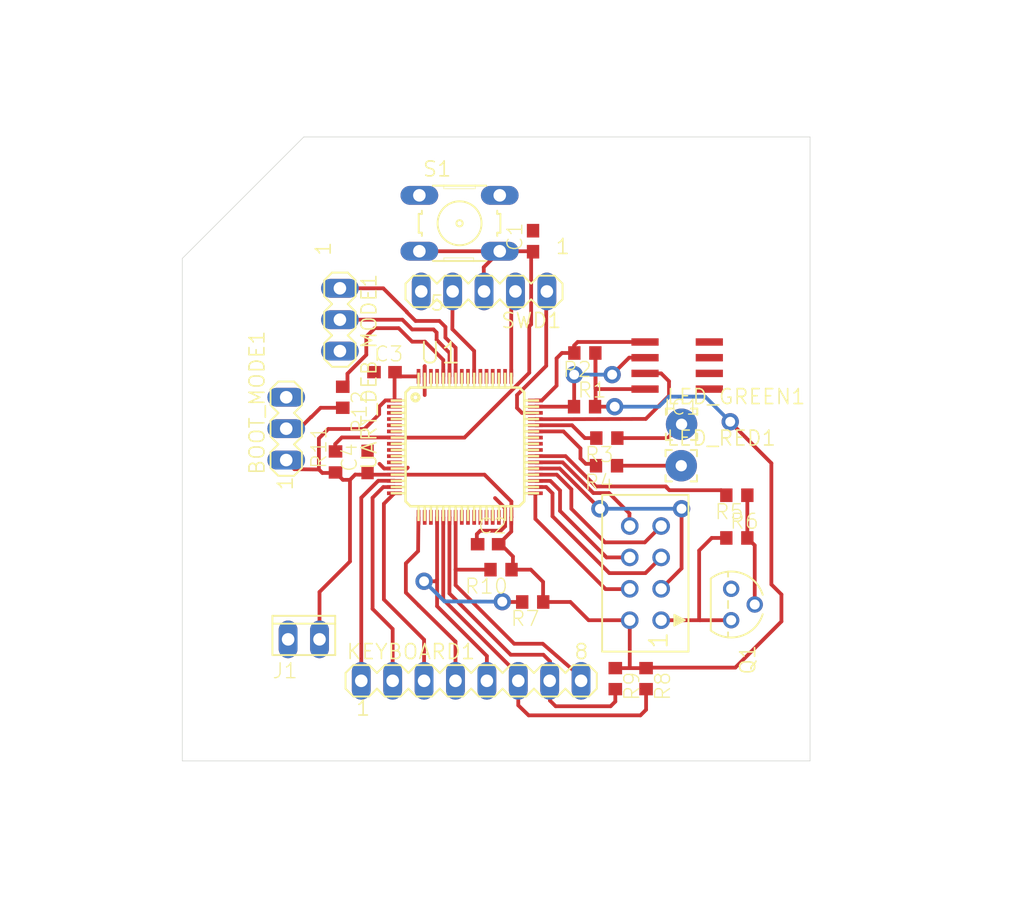
<source format=kicad_pcb>
(kicad_pcb (version 20171130) (host pcbnew 5.1.5-52549c5~84~ubuntu18.04.1)

  (general
    (thickness 1.6)
    (drawings 10)
    (tracks 297)
    (zones 0)
    (modules 28)
    (nets 65)
  )

  (page A4)
  (layers
    (0 Top signal)
    (31 Bottom signal)
    (32 B.Adhes user)
    (33 F.Adhes user)
    (34 B.Paste user)
    (35 F.Paste user)
    (36 B.SilkS user)
    (37 F.SilkS user)
    (38 B.Mask user)
    (39 F.Mask user)
    (40 Dwgs.User user)
    (41 Cmts.User user)
    (42 Eco1.User user)
    (43 Eco2.User user)
    (44 Edge.Cuts user)
    (45 Margin user)
    (46 B.CrtYd user)
    (47 F.CrtYd user)
    (48 B.Fab user)
    (49 F.Fab user)
  )

  (setup
    (last_trace_width 0.25)
    (trace_clearance 0.2)
    (zone_clearance 0.508)
    (zone_45_only no)
    (trace_min 0.2)
    (via_size 0.8)
    (via_drill 0.4)
    (via_min_size 0.4)
    (via_min_drill 0.3)
    (uvia_size 0.3)
    (uvia_drill 0.1)
    (uvias_allowed no)
    (uvia_min_size 0.2)
    (uvia_min_drill 0.1)
    (edge_width 0.05)
    (segment_width 0.2)
    (pcb_text_width 0.3)
    (pcb_text_size 1.5 1.5)
    (mod_edge_width 0.12)
    (mod_text_size 1 1)
    (mod_text_width 0.15)
    (pad_size 1.524 1.524)
    (pad_drill 0.762)
    (pad_to_mask_clearance 0.051)
    (solder_mask_min_width 0.25)
    (aux_axis_origin 0 0)
    (visible_elements FFFFFF7F)
    (pcbplotparams
      (layerselection 0x010fc_ffffffff)
      (usegerberextensions false)
      (usegerberattributes false)
      (usegerberadvancedattributes false)
      (creategerberjobfile false)
      (excludeedgelayer true)
      (linewidth 0.100000)
      (plotframeref false)
      (viasonmask false)
      (mode 1)
      (useauxorigin false)
      (hpglpennumber 1)
      (hpglpenspeed 20)
      (hpglpendiameter 15.000000)
      (psnegative false)
      (psa4output false)
      (plotreference true)
      (plotvalue true)
      (plotinvisibletext false)
      (padsonsilk false)
      (subtractmaskfromsilk false)
      (outputformat 1)
      (mirror false)
      (drillshape 1)
      (scaleselection 1)
      (outputdirectory ""))
  )

  (net 0 "")
  (net 1 GND)
  (net 2 VCC)
  (net 3 "Net-(U1-Pad62)")
  (net 4 "Net-(U1-Pad61)")
  (net 5 "Net-(R12-Pad1)")
  (net 6 /RX)
  (net 7 /TX)
  (net 8 "Net-(U1-Pad57)")
  (net 9 "Net-(U1-Pad56)")
  (net 10 /SWO)
  (net 11 "Net-(U1-Pad54)")
  (net 12 "Net-(U1-Pad53)")
  (net 13 "Net-(U1-Pad52)")
  (net 14 "Net-(U1-Pad51)")
  (net 15 "Net-(U1-Pad50)")
  (net 16 /SWCLK)
  (net 17 "Net-(IC1-Pad5)")
  (net 18 "Net-(IC1-Pad6)")
  (net 19 /SWDIO)
  (net 20 "Net-(IC1-Pad7)")
  (net 21 "Net-(R3-Pad2)")
  (net 22 "Net-(R4-Pad2)")
  (net 23 "Net-(U1-Pad42)")
  (net 24 "Net-(U1-Pad41)")
  (net 25 "Net-(U1-Pad40)")
  (net 26 "Net-(R5-Pad2)")
  (net 27 /IRQ)
  (net 28 /CE)
  (net 29 /MISO)
  (net 30 "Net-(CON1-Pad6)")
  (net 31 /SCK)
  (net 32 "Net-(CON1-Pad4)")
  (net 33 "Net-(U1-Pad30)")
  (net 34 "Net-(U1-Pad29)")
  (net 35 "Net-(U1-Pad28)")
  (net 36 "Net-(U1-Pad27)")
  (net 37 "Net-(U1-Pad26)")
  (net 38 "Net-(U1-Pad25)")
  (net 39 "Net-(U1-Pad24)")
  (net 40 "Net-(U1-Pad19)")
  (net 41 "Net-(U1-Pad18)")
  (net 42 "Net-(U1-Pad11)")
  (net 43 "Net-(U1-Pad10)")
  (net 44 "Net-(U1-Pad9)")
  (net 45 "Net-(U1-Pad8)")
  (net 46 /NRST)
  (net 47 "Net-(U1-Pad6)")
  (net 48 "Net-(U1-Pad5)")
  (net 49 "Net-(U1-Pad4)")
  (net 50 "Net-(U1-Pad3)")
  (net 51 "Net-(U1-Pad2)")
  (net 52 "Net-(Q1-Pad2)")
  (net 53 "Net-(CON1-Pad1)")
  (net 54 "Net-(KEYBOARD1-Pad8)")
  (net 55 "Net-(KEYBOARD1-Pad7)")
  (net 56 "Net-(KEYBOARD1-Pad6)")
  (net 57 "Net-(KEYBOARD1-Pad5)")
  (net 58 "Net-(KEYBOARD1-Pad4)")
  (net 59 "Net-(KEYBOARD1-Pad3)")
  (net 60 "Net-(KEYBOARD1-Pad2)")
  (net 61 "Net-(KEYBOARD1-Pad1)")
  (net 62 "Net-(LED_GREEN1-Pad1)")
  (net 63 "Net-(LED_RED1-Pad1)")
  (net 64 "Net-(BOOT_MODE1-Pad2)")

  (net_class Default "This is the default net class."
    (clearance 0.2)
    (trace_width 0.25)
    (via_dia 0.8)
    (via_drill 0.4)
    (uvia_dia 0.3)
    (uvia_drill 0.1)
    (add_net /CE)
    (add_net /IRQ)
    (add_net /MISO)
    (add_net /NRST)
    (add_net /RX)
    (add_net /SCK)
    (add_net /SWCLK)
    (add_net /SWDIO)
    (add_net /SWO)
    (add_net /TX)
    (add_net GND)
    (add_net "Net-(BOOT_MODE1-Pad2)")
    (add_net "Net-(CON1-Pad1)")
    (add_net "Net-(CON1-Pad4)")
    (add_net "Net-(CON1-Pad6)")
    (add_net "Net-(IC1-Pad5)")
    (add_net "Net-(IC1-Pad6)")
    (add_net "Net-(IC1-Pad7)")
    (add_net "Net-(KEYBOARD1-Pad1)")
    (add_net "Net-(KEYBOARD1-Pad2)")
    (add_net "Net-(KEYBOARD1-Pad3)")
    (add_net "Net-(KEYBOARD1-Pad4)")
    (add_net "Net-(KEYBOARD1-Pad5)")
    (add_net "Net-(KEYBOARD1-Pad6)")
    (add_net "Net-(KEYBOARD1-Pad7)")
    (add_net "Net-(KEYBOARD1-Pad8)")
    (add_net "Net-(LED_GREEN1-Pad1)")
    (add_net "Net-(LED_RED1-Pad1)")
    (add_net "Net-(Q1-Pad2)")
    (add_net "Net-(R12-Pad1)")
    (add_net "Net-(R3-Pad2)")
    (add_net "Net-(R4-Pad2)")
    (add_net "Net-(R5-Pad2)")
    (add_net "Net-(U1-Pad10)")
    (add_net "Net-(U1-Pad11)")
    (add_net "Net-(U1-Pad18)")
    (add_net "Net-(U1-Pad19)")
    (add_net "Net-(U1-Pad2)")
    (add_net "Net-(U1-Pad24)")
    (add_net "Net-(U1-Pad25)")
    (add_net "Net-(U1-Pad26)")
    (add_net "Net-(U1-Pad27)")
    (add_net "Net-(U1-Pad28)")
    (add_net "Net-(U1-Pad29)")
    (add_net "Net-(U1-Pad3)")
    (add_net "Net-(U1-Pad30)")
    (add_net "Net-(U1-Pad4)")
    (add_net "Net-(U1-Pad40)")
    (add_net "Net-(U1-Pad41)")
    (add_net "Net-(U1-Pad42)")
    (add_net "Net-(U1-Pad5)")
    (add_net "Net-(U1-Pad50)")
    (add_net "Net-(U1-Pad51)")
    (add_net "Net-(U1-Pad52)")
    (add_net "Net-(U1-Pad53)")
    (add_net "Net-(U1-Pad54)")
    (add_net "Net-(U1-Pad56)")
    (add_net "Net-(U1-Pad57)")
    (add_net "Net-(U1-Pad6)")
    (add_net "Net-(U1-Pad61)")
    (add_net "Net-(U1-Pad62)")
    (add_net "Net-(U1-Pad8)")
    (add_net "Net-(U1-Pad9)")
    (add_net VCC)
  )

  (module zamekKodowy_nadajnik:TQFP64 (layer Top) (tedit 0) (tstamp 5DDC41C1)
    (at 145.9711 104.8386)
    (path /F9562130)
    (fp_text reference U1 (at -3.81 -6.604) (layer F.SilkS)
      (effects (font (size 1.6891 1.6891) (thickness 0.14224)) (justify left bottom))
    )
    (fp_text value STM32F10XRXT6 (at -4.064 1.7701) (layer F.Fab)
      (effects (font (size 1.6891 1.6891) (thickness 0.14224)) (justify left bottom))
    )
    (fp_poly (pts (xy -3.85 -4.8) (xy -3.65 -4.8) (xy -3.65 -6) (xy -3.85 -6)) (layer F.SilkS) (width 0))
    (fp_poly (pts (xy -3.35 -4.8) (xy -3.15 -4.8) (xy -3.15 -6) (xy -3.35 -6)) (layer F.SilkS) (width 0))
    (fp_poly (pts (xy -2.85 -4.8) (xy -2.65 -4.8) (xy -2.65 -6) (xy -2.85 -6)) (layer F.SilkS) (width 0))
    (fp_poly (pts (xy -2.35 -4.8) (xy -2.15 -4.8) (xy -2.15 -6) (xy -2.35 -6)) (layer F.SilkS) (width 0))
    (fp_poly (pts (xy -1.85 -4.8) (xy -1.65 -4.8) (xy -1.65 -6) (xy -1.85 -6)) (layer F.SilkS) (width 0))
    (fp_poly (pts (xy -1.35 -4.8) (xy -1.15 -4.8) (xy -1.15 -6) (xy -1.35 -6)) (layer F.SilkS) (width 0))
    (fp_poly (pts (xy -0.85 -4.8) (xy -0.65 -4.8) (xy -0.65 -6) (xy -0.85 -6)) (layer F.SilkS) (width 0))
    (fp_poly (pts (xy -0.35 -4.8) (xy -0.15 -4.8) (xy -0.15 -6) (xy -0.35 -6)) (layer F.SilkS) (width 0))
    (fp_poly (pts (xy 0.15 -4.8) (xy 0.35 -4.8) (xy 0.35 -6) (xy 0.15 -6)) (layer F.SilkS) (width 0))
    (fp_poly (pts (xy 0.65 -4.8) (xy 0.85 -4.8) (xy 0.85 -6) (xy 0.65 -6)) (layer F.SilkS) (width 0))
    (fp_poly (pts (xy 1.15 -4.8) (xy 1.35 -4.8) (xy 1.35 -6) (xy 1.15 -6)) (layer F.SilkS) (width 0))
    (fp_poly (pts (xy 1.65 -4.8) (xy 1.85 -4.8) (xy 1.85 -6) (xy 1.65 -6)) (layer F.SilkS) (width 0))
    (fp_poly (pts (xy 2.15 -4.8) (xy 2.35 -4.8) (xy 2.35 -6) (xy 2.15 -6)) (layer F.SilkS) (width 0))
    (fp_poly (pts (xy 2.65 -4.8) (xy 2.85 -4.8) (xy 2.85 -6) (xy 2.65 -6)) (layer F.SilkS) (width 0))
    (fp_poly (pts (xy 3.15 -4.8) (xy 3.35 -4.8) (xy 3.35 -6) (xy 3.15 -6)) (layer F.SilkS) (width 0))
    (fp_poly (pts (xy 3.65 -4.8) (xy 3.85 -4.8) (xy 3.85 -6) (xy 3.65 -6)) (layer F.SilkS) (width 0))
    (fp_poly (pts (xy 4.8 -3.65) (xy 6 -3.65) (xy 6 -3.85) (xy 4.8 -3.85)) (layer F.SilkS) (width 0))
    (fp_poly (pts (xy 4.8 -3.15) (xy 6 -3.15) (xy 6 -3.35) (xy 4.8 -3.35)) (layer F.SilkS) (width 0))
    (fp_poly (pts (xy 4.8 -2.65) (xy 6 -2.65) (xy 6 -2.85) (xy 4.8 -2.85)) (layer F.SilkS) (width 0))
    (fp_poly (pts (xy 4.8 -2.15) (xy 6 -2.15) (xy 6 -2.35) (xy 4.8 -2.35)) (layer F.SilkS) (width 0))
    (fp_poly (pts (xy 4.8 -1.65) (xy 6 -1.65) (xy 6 -1.85) (xy 4.8 -1.85)) (layer F.SilkS) (width 0))
    (fp_poly (pts (xy 4.8 -1.15) (xy 6 -1.15) (xy 6 -1.35) (xy 4.8 -1.35)) (layer F.SilkS) (width 0))
    (fp_poly (pts (xy 4.8 -0.65) (xy 6 -0.65) (xy 6 -0.85) (xy 4.8 -0.85)) (layer F.SilkS) (width 0))
    (fp_poly (pts (xy 4.8 -0.15) (xy 6 -0.15) (xy 6 -0.35) (xy 4.8 -0.35)) (layer F.SilkS) (width 0))
    (fp_poly (pts (xy 4.8 0.35) (xy 6 0.35) (xy 6 0.15) (xy 4.8 0.15)) (layer F.SilkS) (width 0))
    (fp_poly (pts (xy 4.8 0.85) (xy 6 0.85) (xy 6 0.65) (xy 4.8 0.65)) (layer F.SilkS) (width 0))
    (fp_poly (pts (xy 4.8 1.35) (xy 6 1.35) (xy 6 1.15) (xy 4.8 1.15)) (layer F.SilkS) (width 0))
    (fp_poly (pts (xy 4.8 1.85) (xy 6 1.85) (xy 6 1.65) (xy 4.8 1.65)) (layer F.SilkS) (width 0))
    (fp_poly (pts (xy 4.8 2.35) (xy 6 2.35) (xy 6 2.15) (xy 4.8 2.15)) (layer F.SilkS) (width 0))
    (fp_poly (pts (xy 4.8 2.85) (xy 6 2.85) (xy 6 2.65) (xy 4.8 2.65)) (layer F.SilkS) (width 0))
    (fp_poly (pts (xy 4.8 3.35) (xy 6 3.35) (xy 6 3.15) (xy 4.8 3.15)) (layer F.SilkS) (width 0))
    (fp_poly (pts (xy 4.8 3.85) (xy 6 3.85) (xy 6 3.65) (xy 4.8 3.65)) (layer F.SilkS) (width 0))
    (fp_poly (pts (xy 3.65 6) (xy 3.85 6) (xy 3.85 4.8) (xy 3.65 4.8)) (layer F.SilkS) (width 0))
    (fp_poly (pts (xy 3.15 6) (xy 3.35 6) (xy 3.35 4.8) (xy 3.15 4.8)) (layer F.SilkS) (width 0))
    (fp_poly (pts (xy 2.65 6) (xy 2.85 6) (xy 2.85 4.8) (xy 2.65 4.8)) (layer F.SilkS) (width 0))
    (fp_poly (pts (xy 2.15 6) (xy 2.35 6) (xy 2.35 4.8) (xy 2.15 4.8)) (layer F.SilkS) (width 0))
    (fp_poly (pts (xy 1.65 6) (xy 1.85 6) (xy 1.85 4.8) (xy 1.65 4.8)) (layer F.SilkS) (width 0))
    (fp_poly (pts (xy 1.15 6) (xy 1.35 6) (xy 1.35 4.8) (xy 1.15 4.8)) (layer F.SilkS) (width 0))
    (fp_poly (pts (xy 0.65 6) (xy 0.85 6) (xy 0.85 4.8) (xy 0.65 4.8)) (layer F.SilkS) (width 0))
    (fp_poly (pts (xy 0.15 6) (xy 0.35 6) (xy 0.35 4.8) (xy 0.15 4.8)) (layer F.SilkS) (width 0))
    (fp_poly (pts (xy -0.35 6) (xy -0.15 6) (xy -0.15 4.8) (xy -0.35 4.8)) (layer F.SilkS) (width 0))
    (fp_poly (pts (xy -0.85 6) (xy -0.65 6) (xy -0.65 4.8) (xy -0.85 4.8)) (layer F.SilkS) (width 0))
    (fp_poly (pts (xy -1.35 6) (xy -1.15 6) (xy -1.15 4.8) (xy -1.35 4.8)) (layer F.SilkS) (width 0))
    (fp_poly (pts (xy -1.85 6) (xy -1.65 6) (xy -1.65 4.8) (xy -1.85 4.8)) (layer F.SilkS) (width 0))
    (fp_poly (pts (xy -2.35 6) (xy -2.15 6) (xy -2.15 4.8) (xy -2.35 4.8)) (layer F.SilkS) (width 0))
    (fp_poly (pts (xy -2.85 6) (xy -2.65 6) (xy -2.65 4.8) (xy -2.85 4.8)) (layer F.SilkS) (width 0))
    (fp_poly (pts (xy -3.35 6) (xy -3.15 6) (xy -3.15 4.8) (xy -3.35 4.8)) (layer F.SilkS) (width 0))
    (fp_poly (pts (xy -3.85 6) (xy -3.65 6) (xy -3.65 4.8) (xy -3.85 4.8)) (layer F.SilkS) (width 0))
    (fp_poly (pts (xy -6 3.85) (xy -4.8 3.85) (xy -4.8 3.65) (xy -6 3.65)) (layer F.SilkS) (width 0))
    (fp_poly (pts (xy -6 3.35) (xy -4.8 3.35) (xy -4.8 3.15) (xy -6 3.15)) (layer F.SilkS) (width 0))
    (fp_poly (pts (xy -6 2.85) (xy -4.8 2.85) (xy -4.8 2.65) (xy -6 2.65)) (layer F.SilkS) (width 0))
    (fp_poly (pts (xy -6 2.35) (xy -4.8 2.35) (xy -4.8 2.15) (xy -6 2.15)) (layer F.SilkS) (width 0))
    (fp_poly (pts (xy -6 1.85) (xy -4.8 1.85) (xy -4.8 1.65) (xy -6 1.65)) (layer F.SilkS) (width 0))
    (fp_poly (pts (xy -6 1.35) (xy -4.8 1.35) (xy -4.8 1.15) (xy -6 1.15)) (layer F.SilkS) (width 0))
    (fp_poly (pts (xy -6 0.85) (xy -4.8 0.85) (xy -4.8 0.65) (xy -6 0.65)) (layer F.SilkS) (width 0))
    (fp_poly (pts (xy -6 0.35) (xy -4.8 0.35) (xy -4.8 0.15) (xy -6 0.15)) (layer F.SilkS) (width 0))
    (fp_poly (pts (xy -6 -0.15) (xy -4.8 -0.15) (xy -4.8 -0.35) (xy -6 -0.35)) (layer F.SilkS) (width 0))
    (fp_poly (pts (xy -6 -0.65) (xy -4.8 -0.65) (xy -4.8 -0.85) (xy -6 -0.85)) (layer F.SilkS) (width 0))
    (fp_poly (pts (xy -6 -1.15) (xy -4.8 -1.15) (xy -4.8 -1.35) (xy -6 -1.35)) (layer F.SilkS) (width 0))
    (fp_poly (pts (xy -6 -1.65) (xy -4.8 -1.65) (xy -4.8 -1.85) (xy -6 -1.85)) (layer F.SilkS) (width 0))
    (fp_poly (pts (xy -6 -2.15) (xy -4.8 -2.15) (xy -4.8 -2.35) (xy -6 -2.35)) (layer F.SilkS) (width 0))
    (fp_poly (pts (xy -6 -2.65) (xy -4.8 -2.65) (xy -4.8 -2.85) (xy -6 -2.85)) (layer F.SilkS) (width 0))
    (fp_poly (pts (xy -6 -3.15) (xy -4.8 -3.15) (xy -4.8 -3.35) (xy -6 -3.35)) (layer F.SilkS) (width 0))
    (fp_poly (pts (xy -6 -3.65) (xy -4.8 -3.65) (xy -4.8 -3.85) (xy -6 -3.85)) (layer F.SilkS) (width 0))
    (fp_circle (center -4 -4) (end -3.7173 -4) (layer F.SilkS) (width 0.254))
    (fp_line (start -4.8 4.4) (end -4.8 -4.4) (layer F.SilkS) (width 0.2032))
    (fp_line (start -4.4 4.8) (end -4.8 4.4) (layer F.SilkS) (width 0.2032))
    (fp_line (start 4.4 4.8) (end -4.4 4.8) (layer F.SilkS) (width 0.2032))
    (fp_line (start 4.8 4.4) (end 4.4 4.8) (layer F.SilkS) (width 0.2032))
    (fp_line (start 4.8 -4.4) (end 4.8 4.4) (layer F.SilkS) (width 0.2032))
    (fp_line (start 4.4 -4.8) (end 4.8 -4.4) (layer F.SilkS) (width 0.2032))
    (fp_line (start -4.4 -4.8) (end 4.4 -4.8) (layer F.SilkS) (width 0.2032))
    (fp_line (start -4.8 -4.4) (end -4.4 -4.8) (layer F.SilkS) (width 0.2032))
    (pad 64 smd rect (at -3.75 -5.7) (size 0.3 1.2) (layers Top F.Paste F.Mask)
      (net 2 VCC) (solder_mask_margin 0.1016))
    (pad 63 smd rect (at -3.25 -5.7) (size 0.3 1.2) (layers Top F.Paste F.Mask)
      (net 1 GND) (solder_mask_margin 0.1016))
    (pad 62 smd rect (at -2.75 -5.7) (size 0.3 1.2) (layers Top F.Paste F.Mask)
      (net 3 "Net-(U1-Pad62)") (solder_mask_margin 0.1016))
    (pad 61 smd rect (at -2.25 -5.7) (size 0.3 1.2) (layers Top F.Paste F.Mask)
      (net 4 "Net-(U1-Pad61)") (solder_mask_margin 0.1016))
    (pad 60 smd rect (at -1.75 -5.7) (size 0.3 1.2) (layers Top F.Paste F.Mask)
      (net 5 "Net-(R12-Pad1)") (solder_mask_margin 0.1016))
    (pad 59 smd rect (at -1.25 -5.7) (size 0.3 1.2) (layers Top F.Paste F.Mask)
      (net 6 /RX) (solder_mask_margin 0.1016))
    (pad 58 smd rect (at -0.75 -5.7) (size 0.3 1.2) (layers Top F.Paste F.Mask)
      (net 7 /TX) (solder_mask_margin 0.1016))
    (pad 57 smd rect (at -0.25 -5.7) (size 0.3 1.2) (layers Top F.Paste F.Mask)
      (net 8 "Net-(U1-Pad57)") (solder_mask_margin 0.1016))
    (pad 56 smd rect (at 0.25 -5.7) (size 0.3 1.2) (layers Top F.Paste F.Mask)
      (net 9 "Net-(U1-Pad56)") (solder_mask_margin 0.1016))
    (pad 55 smd rect (at 0.75 -5.7) (size 0.3 1.2) (layers Top F.Paste F.Mask)
      (net 10 /SWO) (solder_mask_margin 0.1016))
    (pad 54 smd rect (at 1.25 -5.7) (size 0.3 1.2) (layers Top F.Paste F.Mask)
      (net 11 "Net-(U1-Pad54)") (solder_mask_margin 0.1016))
    (pad 53 smd rect (at 1.75 -5.7) (size 0.3 1.2) (layers Top F.Paste F.Mask)
      (net 12 "Net-(U1-Pad53)") (solder_mask_margin 0.1016))
    (pad 52 smd rect (at 2.25 -5.7) (size 0.3 1.2) (layers Top F.Paste F.Mask)
      (net 13 "Net-(U1-Pad52)") (solder_mask_margin 0.1016))
    (pad 51 smd rect (at 2.75 -5.7) (size 0.3 1.2) (layers Top F.Paste F.Mask)
      (net 14 "Net-(U1-Pad51)") (solder_mask_margin 0.1016))
    (pad 50 smd rect (at 3.25 -5.7) (size 0.3 1.2) (layers Top F.Paste F.Mask)
      (net 15 "Net-(U1-Pad50)") (solder_mask_margin 0.1016))
    (pad 49 smd rect (at 3.75 -5.7) (size 0.3 1.2) (layers Top F.Paste F.Mask)
      (net 16 /SWCLK) (solder_mask_margin 0.1016))
    (pad 48 smd rect (at 5.7 -3.75) (size 1.2 0.3) (layers Top F.Paste F.Mask)
      (net 17 "Net-(IC1-Pad5)") (solder_mask_margin 0.1016))
    (pad 47 smd rect (at 5.7 -3.25) (size 1.2 0.3) (layers Top F.Paste F.Mask)
      (net 18 "Net-(IC1-Pad6)") (solder_mask_margin 0.1016))
    (pad 46 smd rect (at 5.7 -2.75) (size 1.2 0.3) (layers Top F.Paste F.Mask)
      (net 19 /SWDIO) (solder_mask_margin 0.1016))
    (pad 45 smd rect (at 5.7 -2.25) (size 1.2 0.3) (layers Top F.Paste F.Mask)
      (net 20 "Net-(IC1-Pad7)") (solder_mask_margin 0.1016))
    (pad 44 smd rect (at 5.7 -1.75) (size 1.2 0.3) (layers Top F.Paste F.Mask)
      (net 21 "Net-(R3-Pad2)") (solder_mask_margin 0.1016))
    (pad 43 smd rect (at 5.7 -1.25) (size 1.2 0.3) (layers Top F.Paste F.Mask)
      (net 22 "Net-(R4-Pad2)") (solder_mask_margin 0.1016))
    (pad 42 smd rect (at 5.7 -0.75) (size 1.2 0.3) (layers Top F.Paste F.Mask)
      (net 23 "Net-(U1-Pad42)") (solder_mask_margin 0.1016))
    (pad 41 smd rect (at 5.7 -0.25) (size 1.2 0.3) (layers Top F.Paste F.Mask)
      (net 24 "Net-(U1-Pad41)") (solder_mask_margin 0.1016))
    (pad 40 smd rect (at 5.7 0.25) (size 1.2 0.3) (layers Top F.Paste F.Mask)
      (net 25 "Net-(U1-Pad40)") (solder_mask_margin 0.1016))
    (pad 39 smd rect (at 5.7 0.75) (size 1.2 0.3) (layers Top F.Paste F.Mask)
      (net 26 "Net-(R5-Pad2)") (solder_mask_margin 0.1016))
    (pad 38 smd rect (at 5.7 1.25) (size 1.2 0.3) (layers Top F.Paste F.Mask)
      (net 27 /IRQ) (solder_mask_margin 0.1016))
    (pad 37 smd rect (at 5.7 1.75) (size 1.2 0.3) (layers Top F.Paste F.Mask)
      (net 28 /CE) (solder_mask_margin 0.1016))
    (pad 36 smd rect (at 5.7 2.25) (size 1.2 0.3) (layers Top F.Paste F.Mask)
      (net 29 /MISO) (solder_mask_margin 0.1016))
    (pad 35 smd rect (at 5.7 2.75) (size 1.2 0.3) (layers Top F.Paste F.Mask)
      (net 30 "Net-(CON1-Pad6)") (solder_mask_margin 0.1016))
    (pad 34 smd rect (at 5.7 3.25) (size 1.2 0.3) (layers Top F.Paste F.Mask)
      (net 31 /SCK) (solder_mask_margin 0.1016))
    (pad 33 smd rect (at 5.7 3.75) (size 1.2 0.3) (layers Top F.Paste F.Mask)
      (net 32 "Net-(CON1-Pad4)") (solder_mask_margin 0.1016))
    (pad 32 smd rect (at 3.75 5.7) (size 0.3 1.2) (layers Top F.Paste F.Mask)
      (net 2 VCC) (solder_mask_margin 0.1016))
    (pad 31 smd rect (at 3.25 5.7) (size 0.3 1.2) (layers Top F.Paste F.Mask)
      (net 1 GND) (solder_mask_margin 0.1016))
    (pad 30 smd rect (at 2.75 5.7) (size 0.3 1.2) (layers Top F.Paste F.Mask)
      (net 33 "Net-(U1-Pad30)") (solder_mask_margin 0.1016))
    (pad 29 smd rect (at 2.25 5.7) (size 0.3 1.2) (layers Top F.Paste F.Mask)
      (net 34 "Net-(U1-Pad29)") (solder_mask_margin 0.1016))
    (pad 28 smd rect (at 1.75 5.7) (size 0.3 1.2) (layers Top F.Paste F.Mask)
      (net 35 "Net-(U1-Pad28)") (solder_mask_margin 0.1016))
    (pad 27 smd rect (at 1.25 5.7) (size 0.3 1.2) (layers Top F.Paste F.Mask)
      (net 36 "Net-(U1-Pad27)") (solder_mask_margin 0.1016))
    (pad 26 smd rect (at 0.75 5.7) (size 0.3 1.2) (layers Top F.Paste F.Mask)
      (net 37 "Net-(U1-Pad26)") (solder_mask_margin 0.1016))
    (pad 25 smd rect (at 0.25 5.7) (size 0.3 1.2) (layers Top F.Paste F.Mask)
      (net 38 "Net-(U1-Pad25)") (solder_mask_margin 0.1016))
    (pad 24 smd rect (at -0.25 5.7) (size 0.3 1.2) (layers Top F.Paste F.Mask)
      (net 39 "Net-(U1-Pad24)") (solder_mask_margin 0.1016))
    (pad 23 smd rect (at -0.75 5.7) (size 0.3 1.2) (layers Top F.Paste F.Mask)
      (net 54 "Net-(KEYBOARD1-Pad8)") (solder_mask_margin 0.1016))
    (pad 22 smd rect (at -1.25 5.7) (size 0.3 1.2) (layers Top F.Paste F.Mask)
      (net 55 "Net-(KEYBOARD1-Pad7)") (solder_mask_margin 0.1016))
    (pad 21 smd rect (at -1.75 5.7) (size 0.3 1.2) (layers Top F.Paste F.Mask)
      (net 56 "Net-(KEYBOARD1-Pad6)") (solder_mask_margin 0.1016))
    (pad 20 smd rect (at -2.25 5.7) (size 0.3 1.2) (layers Top F.Paste F.Mask)
      (net 57 "Net-(KEYBOARD1-Pad5)") (solder_mask_margin 0.1016))
    (pad 19 smd rect (at -2.75 5.7) (size 0.3 1.2) (layers Top F.Paste F.Mask)
      (net 40 "Net-(U1-Pad19)") (solder_mask_margin 0.1016))
    (pad 18 smd rect (at -3.25 5.7) (size 0.3 1.2) (layers Top F.Paste F.Mask)
      (net 41 "Net-(U1-Pad18)") (solder_mask_margin 0.1016))
    (pad 17 smd rect (at -3.75 5.7) (size 0.3 1.2) (layers Top F.Paste F.Mask)
      (net 58 "Net-(KEYBOARD1-Pad4)") (solder_mask_margin 0.1016))
    (pad 16 smd rect (at -5.7 3.75) (size 1.2 0.3) (layers Top F.Paste F.Mask)
      (net 59 "Net-(KEYBOARD1-Pad3)") (solder_mask_margin 0.1016))
    (pad 15 smd rect (at -5.7 3.25) (size 1.2 0.3) (layers Top F.Paste F.Mask)
      (net 60 "Net-(KEYBOARD1-Pad2)") (solder_mask_margin 0.1016))
    (pad 14 smd rect (at -5.7 2.75) (size 1.2 0.3) (layers Top F.Paste F.Mask)
      (net 61 "Net-(KEYBOARD1-Pad1)") (solder_mask_margin 0.1016))
    (pad 13 smd rect (at -5.7 2.25) (size 1.2 0.3) (layers Top F.Paste F.Mask)
      (net 2 VCC) (solder_mask_margin 0.1016))
    (pad 12 smd rect (at -5.7 1.75) (size 1.2 0.3) (layers Top F.Paste F.Mask)
      (net 1 GND) (solder_mask_margin 0.1016))
    (pad 11 smd rect (at -5.7 1.25) (size 1.2 0.3) (layers Top F.Paste F.Mask)
      (net 42 "Net-(U1-Pad11)") (solder_mask_margin 0.1016))
    (pad 10 smd rect (at -5.7 0.75) (size 1.2 0.3) (layers Top F.Paste F.Mask)
      (net 43 "Net-(U1-Pad10)") (solder_mask_margin 0.1016))
    (pad 9 smd rect (at -5.7 0.25) (size 1.2 0.3) (layers Top F.Paste F.Mask)
      (net 44 "Net-(U1-Pad9)") (solder_mask_margin 0.1016))
    (pad 8 smd rect (at -5.7 -0.25) (size 1.2 0.3) (layers Top F.Paste F.Mask)
      (net 45 "Net-(U1-Pad8)") (solder_mask_margin 0.1016))
    (pad 7 smd rect (at -5.7 -0.75) (size 1.2 0.3) (layers Top F.Paste F.Mask)
      (net 46 /NRST) (solder_mask_margin 0.1016))
    (pad 6 smd rect (at -5.7 -1.25) (size 1.2 0.3) (layers Top F.Paste F.Mask)
      (net 47 "Net-(U1-Pad6)") (solder_mask_margin 0.1016))
    (pad 5 smd rect (at -5.7 -1.75) (size 1.2 0.3) (layers Top F.Paste F.Mask)
      (net 48 "Net-(U1-Pad5)") (solder_mask_margin 0.1016))
    (pad 4 smd rect (at -5.7 -2.25) (size 1.2 0.3) (layers Top F.Paste F.Mask)
      (net 49 "Net-(U1-Pad4)") (solder_mask_margin 0.1016))
    (pad 3 smd rect (at -5.7 -2.75) (size 1.2 0.3) (layers Top F.Paste F.Mask)
      (net 50 "Net-(U1-Pad3)") (solder_mask_margin 0.1016))
    (pad 2 smd rect (at -5.7 -3.25) (size 1.2 0.3) (layers Top F.Paste F.Mask)
      (net 51 "Net-(U1-Pad2)") (solder_mask_margin 0.1016))
    (pad 1 smd rect (at -5.7 -3.75) (size 1.2 0.3) (layers Top F.Paste F.Mask)
      (net 2 VCC) (solder_mask_margin 0.1016))
  )

  (module zamekKodowy_nadajnik:SO-08 (layer Top) (tedit 0) (tstamp 5DDC424D)
    (at 163.1415 98.26 90)
    (descr "<B>Small Outline Narrow Plastic Gull Wing</B><p>\n150-mil body, package type SN")
    (path /06F92037)
    (fp_text reference IC1 (at -2.667 1.905 180) (layer F.SilkS)
      (effects (font (size 1.2065 1.2065) (thickness 0.1016)) (justify right top))
    )
    (fp_text value 24SN (at 3.937 1.905 180) (layer F.Fab)
      (effects (font (size 1.2065 1.2065) (thickness 0.1016)) (justify right top))
    )
    (fp_poly (pts (xy -1 1) (xy 1 1) (xy 1 -1) (xy -1 -1)) (layer F.Adhes) (width 0))
    (fp_poly (pts (xy -2.1501 -2) (xy -1.6599 -2) (xy -1.6599 -3.1001) (xy -2.1501 -3.1001)) (layer F.Fab) (width 0))
    (fp_poly (pts (xy -0.8801 -2) (xy -0.3899 -2) (xy -0.3899 -3.1001) (xy -0.8801 -3.1001)) (layer F.Fab) (width 0))
    (fp_poly (pts (xy 0.3899 -2) (xy 0.8801 -2) (xy 0.8801 -3.1001) (xy 0.3899 -3.1001)) (layer F.Fab) (width 0))
    (fp_poly (pts (xy 1.6599 -2) (xy 2.1501 -2) (xy 2.1501 -3.1001) (xy 1.6599 -3.1001)) (layer F.Fab) (width 0))
    (fp_poly (pts (xy 1.6599 3.1001) (xy 2.1501 3.1001) (xy 2.1501 2) (xy 1.6599 2)) (layer F.Fab) (width 0))
    (fp_poly (pts (xy 0.3899 3.1001) (xy 0.8801 3.1001) (xy 0.8801 2) (xy 0.3899 2)) (layer F.Fab) (width 0))
    (fp_poly (pts (xy -0.8801 3.1001) (xy -0.3899 3.1001) (xy -0.3899 2) (xy -0.8801 2)) (layer F.Fab) (width 0))
    (fp_poly (pts (xy -2.1501 3.1001) (xy -1.6599 3.1001) (xy -1.6599 2) (xy -2.1501 2)) (layer F.Fab) (width 0))
    (fp_text user "JEDEC MS-012 AA" (at -1.905 -0.365 90) (layer Cmts.User)
      (effects (font (size 0.28956 0.28956) (thickness 0.024384)) (justify left bottom))
    )
    (fp_text user "IPC SO8" (at -1.905 0.635 90) (layer Cmts.User)
      (effects (font (size 0.38608 0.38608) (thickness 0.032512)) (justify left bottom))
    )
    (fp_line (start 2.4 1.4) (end -2.4 1.4) (layer F.Fab) (width 0.2032))
    (fp_line (start -2.4 -1.9) (end 2.4 -1.9) (layer F.Fab) (width 0.2032))
    (fp_line (start -2.4 1.4) (end -2.4 -1.9) (layer F.Fab) (width 0.2032))
    (fp_line (start -2.4 1.9) (end -2.4 1.4) (layer F.Fab) (width 0.2032))
    (fp_line (start 2.4 1.9) (end -2.4 1.9) (layer F.Fab) (width 0.2032))
    (fp_line (start 2.4 1.4) (end 2.4 1.9) (layer F.Fab) (width 0.2032))
    (fp_line (start 2.4 -1.9) (end 2.4 1.4) (layer F.Fab) (width 0.2032))
    (fp_line (start -2.9 3.9) (end -2.9 -3.9) (layer Dwgs.User) (width 0.1998))
    (fp_line (start 2.9 3.9) (end -2.9 3.9) (layer Dwgs.User) (width 0.1998))
    (fp_line (start 2.9 -3.9) (end 2.9 3.9) (layer Dwgs.User) (width 0.1998))
    (fp_line (start -2.9 -3.9) (end 2.9 -3.9) (layer Dwgs.User) (width 0.1998))
    (pad 5 smd rect (at 1.905 -2.6 90) (size 0.6 2.2) (layers Top F.Paste F.Mask)
      (net 17 "Net-(IC1-Pad5)") (solder_mask_margin 0.1016))
    (pad 6 smd rect (at 0.635 -2.6 90) (size 0.6 2.2) (layers Top F.Paste F.Mask)
      (net 18 "Net-(IC1-Pad6)") (solder_mask_margin 0.1016))
    (pad 8 smd rect (at -1.905 -2.6 90) (size 0.6 2.2) (layers Top F.Paste F.Mask)
      (net 2 VCC) (solder_mask_margin 0.1016))
    (pad 4 smd rect (at 1.905 2.6 90) (size 0.6 2.2) (layers Top F.Paste F.Mask)
      (net 1 GND) (solder_mask_margin 0.1016))
    (pad 3 smd rect (at 0.635 2.6 90) (size 0.6 2.2) (layers Top F.Paste F.Mask)
      (net 1 GND) (solder_mask_margin 0.1016))
    (pad 1 smd rect (at -1.905 2.6 90) (size 0.6 2.2) (layers Top F.Paste F.Mask)
      (net 1 GND) (solder_mask_margin 0.1016))
    (pad 7 smd rect (at -0.635 -2.6 90) (size 0.6 2.2) (layers Top F.Paste F.Mask)
      (net 20 "Net-(IC1-Pad7)") (solder_mask_margin 0.1016))
    (pad 2 smd rect (at -0.635 2.6 90) (size 0.6 2.2) (layers Top F.Paste F.Mask)
      (net 1 GND) (solder_mask_margin 0.1016))
  )

  (module zamekKodowy_nadajnik:R0603 (layer Top) (tedit 0) (tstamp 5DDC426E)
    (at 155.6485 101.5874)
    (descr <b>RESISTOR</b>)
    (path /DEA0C059)
    (fp_text reference R1 (at -0.635 -0.635) (layer F.SilkS)
      (effects (font (size 1.2065 1.2065) (thickness 0.1016)) (justify left bottom))
    )
    (fp_text value 4.7k (at -0.635 1.905) (layer F.Fab)
      (effects (font (size 1.2065 1.2065) (thickness 0.1016)) (justify left bottom))
    )
    (fp_poly (pts (xy -0.1999 0.4001) (xy 0.1999 0.4001) (xy 0.1999 -0.4001) (xy -0.1999 -0.4001)) (layer F.Adhes) (width 0))
    (fp_poly (pts (xy -0.8382 0.4318) (xy -0.4318 0.4318) (xy -0.4318 -0.4318) (xy -0.8382 -0.4318)) (layer F.Fab) (width 0))
    (fp_poly (pts (xy 0.4318 0.4318) (xy 0.8382 0.4318) (xy 0.8382 -0.4318) (xy 0.4318 -0.4318)) (layer F.Fab) (width 0))
    (fp_line (start -1.473 0.983) (end -1.473 -0.983) (layer Dwgs.User) (width 0.0508))
    (fp_line (start 1.473 0.983) (end -1.473 0.983) (layer Dwgs.User) (width 0.0508))
    (fp_line (start 1.473 -0.983) (end 1.473 0.983) (layer Dwgs.User) (width 0.0508))
    (fp_line (start -1.473 -0.983) (end 1.473 -0.983) (layer Dwgs.User) (width 0.0508))
    (fp_line (start 0.432 -0.356) (end -0.432 -0.356) (layer F.Fab) (width 0.1524))
    (fp_line (start -0.432 0.356) (end 0.432 0.356) (layer F.Fab) (width 0.1524))
    (pad 2 smd rect (at 0.85 0) (size 1 1.1) (layers Top F.Paste F.Mask)
      (net 2 VCC) (solder_mask_margin 0.1016))
    (pad 1 smd rect (at -0.85 0) (size 1 1.1) (layers Top F.Paste F.Mask)
      (net 18 "Net-(IC1-Pad6)") (solder_mask_margin 0.1016))
  )

  (module zamekKodowy_nadajnik:R0603 (layer Top) (tedit 0) (tstamp 5DDC427C)
    (at 155.6739 97.244 180)
    (descr <b>RESISTOR</b>)
    (path /E6A6F2CC)
    (fp_text reference R2 (at -0.635 -0.635 180) (layer F.SilkS)
      (effects (font (size 1.2065 1.2065) (thickness 0.1016)) (justify right top))
    )
    (fp_text value 4.7k (at -0.635 1.905 180) (layer F.Fab)
      (effects (font (size 1.2065 1.2065) (thickness 0.1016)) (justify right top))
    )
    (fp_poly (pts (xy -0.1999 0.4001) (xy 0.1999 0.4001) (xy 0.1999 -0.4001) (xy -0.1999 -0.4001)) (layer F.Adhes) (width 0))
    (fp_poly (pts (xy -0.8382 0.4318) (xy -0.4318 0.4318) (xy -0.4318 -0.4318) (xy -0.8382 -0.4318)) (layer F.Fab) (width 0))
    (fp_poly (pts (xy 0.4318 0.4318) (xy 0.8382 0.4318) (xy 0.8382 -0.4318) (xy 0.4318 -0.4318)) (layer F.Fab) (width 0))
    (fp_line (start -1.473 0.983) (end -1.473 -0.983) (layer Dwgs.User) (width 0.0508))
    (fp_line (start 1.473 0.983) (end -1.473 0.983) (layer Dwgs.User) (width 0.0508))
    (fp_line (start 1.473 -0.983) (end 1.473 0.983) (layer Dwgs.User) (width 0.0508))
    (fp_line (start -1.473 -0.983) (end 1.473 -0.983) (layer Dwgs.User) (width 0.0508))
    (fp_line (start 0.432 -0.356) (end -0.432 -0.356) (layer F.Fab) (width 0.1524))
    (fp_line (start -0.432 0.356) (end 0.432 0.356) (layer F.Fab) (width 0.1524))
    (pad 2 smd rect (at 0.85 0 180) (size 1 1.1) (layers Top F.Paste F.Mask)
      (net 17 "Net-(IC1-Pad5)") (solder_mask_margin 0.1016))
    (pad 1 smd rect (at -0.85 0 180) (size 1 1.1) (layers Top F.Paste F.Mask)
      (net 2 VCC) (solder_mask_margin 0.1016))
  )

  (module zamekKodowy_nadajnik:R0603 (layer Top) (tedit 0) (tstamp 5DDC428A)
    (at 157.4519 104.1274 180)
    (descr <b>RESISTOR</b>)
    (path /41183507)
    (fp_text reference R3 (at -0.635 -0.635 180) (layer F.SilkS)
      (effects (font (size 1.2065 1.2065) (thickness 0.1016)) (justify right top))
    )
    (fp_text value 4.7k (at -0.635 1.905 180) (layer F.Fab)
      (effects (font (size 1.2065 1.2065) (thickness 0.1016)) (justify right top))
    )
    (fp_poly (pts (xy -0.1999 0.4001) (xy 0.1999 0.4001) (xy 0.1999 -0.4001) (xy -0.1999 -0.4001)) (layer F.Adhes) (width 0))
    (fp_poly (pts (xy -0.8382 0.4318) (xy -0.4318 0.4318) (xy -0.4318 -0.4318) (xy -0.8382 -0.4318)) (layer F.Fab) (width 0))
    (fp_poly (pts (xy 0.4318 0.4318) (xy 0.8382 0.4318) (xy 0.8382 -0.4318) (xy 0.4318 -0.4318)) (layer F.Fab) (width 0))
    (fp_line (start -1.473 0.983) (end -1.473 -0.983) (layer Dwgs.User) (width 0.0508))
    (fp_line (start 1.473 0.983) (end -1.473 0.983) (layer Dwgs.User) (width 0.0508))
    (fp_line (start 1.473 -0.983) (end 1.473 0.983) (layer Dwgs.User) (width 0.0508))
    (fp_line (start -1.473 -0.983) (end 1.473 -0.983) (layer Dwgs.User) (width 0.0508))
    (fp_line (start 0.432 -0.356) (end -0.432 -0.356) (layer F.Fab) (width 0.1524))
    (fp_line (start -0.432 0.356) (end 0.432 0.356) (layer F.Fab) (width 0.1524))
    (pad 2 smd rect (at 0.85 0 180) (size 1 1.1) (layers Top F.Paste F.Mask)
      (net 21 "Net-(R3-Pad2)") (solder_mask_margin 0.1016))
    (pad 1 smd rect (at -0.85 0 180) (size 1 1.1) (layers Top F.Paste F.Mask)
      (net 62 "Net-(LED_GREEN1-Pad1)") (solder_mask_margin 0.1016))
  )

  (module zamekKodowy_nadajnik:R0603 (layer Top) (tedit 0) (tstamp 5DDC4298)
    (at 157.4265 106.3626 180)
    (descr <b>RESISTOR</b>)
    (path /FFC636DE)
    (fp_text reference R4 (at -0.635 -0.635 180) (layer F.SilkS)
      (effects (font (size 1.2065 1.2065) (thickness 0.1016)) (justify right top))
    )
    (fp_text value 4.7k (at -0.635 1.905 180) (layer F.Fab)
      (effects (font (size 1.2065 1.2065) (thickness 0.1016)) (justify right top))
    )
    (fp_poly (pts (xy -0.1999 0.4001) (xy 0.1999 0.4001) (xy 0.1999 -0.4001) (xy -0.1999 -0.4001)) (layer F.Adhes) (width 0))
    (fp_poly (pts (xy -0.8382 0.4318) (xy -0.4318 0.4318) (xy -0.4318 -0.4318) (xy -0.8382 -0.4318)) (layer F.Fab) (width 0))
    (fp_poly (pts (xy 0.4318 0.4318) (xy 0.8382 0.4318) (xy 0.8382 -0.4318) (xy 0.4318 -0.4318)) (layer F.Fab) (width 0))
    (fp_line (start -1.473 0.983) (end -1.473 -0.983) (layer Dwgs.User) (width 0.0508))
    (fp_line (start 1.473 0.983) (end -1.473 0.983) (layer Dwgs.User) (width 0.0508))
    (fp_line (start 1.473 -0.983) (end 1.473 0.983) (layer Dwgs.User) (width 0.0508))
    (fp_line (start -1.473 -0.983) (end 1.473 -0.983) (layer Dwgs.User) (width 0.0508))
    (fp_line (start 0.432 -0.356) (end -0.432 -0.356) (layer F.Fab) (width 0.1524))
    (fp_line (start -0.432 0.356) (end 0.432 0.356) (layer F.Fab) (width 0.1524))
    (pad 2 smd rect (at 0.85 0 180) (size 1 1.1) (layers Top F.Paste F.Mask)
      (net 22 "Net-(R4-Pad2)") (solder_mask_margin 0.1016))
    (pad 1 smd rect (at -0.85 0 180) (size 1 1.1) (layers Top F.Paste F.Mask)
      (net 63 "Net-(LED_RED1-Pad1)") (solder_mask_margin 0.1016))
  )

  (module zamekKodowy_nadajnik:2,54_0,9 (layer Top) (tedit 0) (tstamp 5DDC42A6)
    (at 163.4971 103.0098)
    (descr "<b>THROUGH-HOLE PAD</b>")
    (path /03240E47)
    (fp_text reference LED_GREEN1 (at -1.27 -1.524) (layer F.SilkS)
      (effects (font (size 1.2065 1.2065) (thickness 0.127)) (justify left bottom))
    )
    (fp_text value 2,54_0,9 (at 0 -0.6) (layer F.Fab)
      (effects (font (size 0.02413 0.02413) (thickness 0.002032)) (justify left bottom))
    )
    (fp_circle (center 0 0) (end 0.635 0) (layer F.Fab) (width 0.1524))
    (fp_line (start -1.27 1.27) (end -1.27 0.762) (layer F.SilkS) (width 0.1524))
    (fp_line (start -0.762 1.27) (end -1.27 1.27) (layer F.SilkS) (width 0.1524))
    (fp_line (start 1.27 1.27) (end 0.762 1.27) (layer F.SilkS) (width 0.1524))
    (fp_line (start 1.27 0.762) (end 1.27 1.27) (layer F.SilkS) (width 0.1524))
    (fp_line (start 1.27 -1.27) (end 0.762 -1.27) (layer F.SilkS) (width 0.1524))
    (fp_line (start 1.27 -1.27) (end 1.27 -0.762) (layer F.SilkS) (width 0.1524))
    (fp_line (start -1.27 -1.27) (end -1.27 -0.762) (layer F.SilkS) (width 0.1524))
    (fp_line (start -1.27 -1.27) (end -0.762 -1.27) (layer F.SilkS) (width 0.1524))
    (pad 1 thru_hole circle (at 0 0) (size 2.54 2.54) (drill 0.9144) (layers *.Cu *.Mask)
      (net 62 "Net-(LED_GREEN1-Pad1)") (solder_mask_margin 0.1016))
  )

  (module zamekKodowy_nadajnik:2,54_0,9 (layer Top) (tedit 0) (tstamp 5DDC42B3)
    (at 163.4717 106.3626)
    (descr "<b>THROUGH-HOLE PAD</b>")
    (path /8CA25CB9)
    (fp_text reference LED_RED1 (at -1.27 -1.524) (layer F.SilkS)
      (effects (font (size 1.2065 1.2065) (thickness 0.127)) (justify left bottom))
    )
    (fp_text value 2,54_0,9 (at 0 -0.6) (layer F.Fab)
      (effects (font (size 0.02413 0.02413) (thickness 0.002032)) (justify left bottom))
    )
    (fp_circle (center 0 0) (end 0.635 0) (layer F.Fab) (width 0.1524))
    (fp_line (start -1.27 1.27) (end -1.27 0.762) (layer F.SilkS) (width 0.1524))
    (fp_line (start -0.762 1.27) (end -1.27 1.27) (layer F.SilkS) (width 0.1524))
    (fp_line (start 1.27 1.27) (end 0.762 1.27) (layer F.SilkS) (width 0.1524))
    (fp_line (start 1.27 0.762) (end 1.27 1.27) (layer F.SilkS) (width 0.1524))
    (fp_line (start 1.27 -1.27) (end 0.762 -1.27) (layer F.SilkS) (width 0.1524))
    (fp_line (start 1.27 -1.27) (end 1.27 -0.762) (layer F.SilkS) (width 0.1524))
    (fp_line (start -1.27 -1.27) (end -1.27 -0.762) (layer F.SilkS) (width 0.1524))
    (fp_line (start -1.27 -1.27) (end -0.762 -1.27) (layer F.SilkS) (width 0.1524))
    (pad 1 thru_hole circle (at 0 0) (size 2.54 2.54) (drill 0.9144) (layers *.Cu *.Mask)
      (net 63 "Net-(LED_RED1-Pad1)") (solder_mask_margin 0.1016))
  )

  (module zamekKodowy_nadajnik:MA03-1 (layer Top) (tedit 0) (tstamp 5DDC42C0)
    (at 135.8619 94.5516 270)
    (descr "<b>PIN HEADER</b>")
    (path /3175B80A)
    (fp_text reference UART_DEB_MODE1 (at -3.81 -1.651 270) (layer F.SilkS)
      (effects (font (size 1.2065 1.2065) (thickness 0.127)) (justify right top))
    )
    (fp_text value MA03-1 (at -3.81 2.921 270) (layer F.Fab)
      (effects (font (size 1.2065 1.2065) (thickness 0.127)) (justify right top))
    )
    (fp_poly (pts (xy 2.286 0.254) (xy 2.794 0.254) (xy 2.794 -0.254) (xy 2.286 -0.254)) (layer F.Fab) (width 0))
    (fp_poly (pts (xy -2.794 0.254) (xy -2.286 0.254) (xy -2.286 -0.254) (xy -2.794 -0.254)) (layer F.Fab) (width 0))
    (fp_poly (pts (xy -0.254 0.254) (xy 0.254 0.254) (xy 0.254 -0.254) (xy -0.254 -0.254)) (layer F.Fab) (width 0))
    (fp_text user 1 (at -5.08 0.635 270) (layer F.SilkS)
      (effects (font (size 1.2065 1.2065) (thickness 0.127)) (justify left bottom))
    )
    (fp_line (start 3.81 -0.635) (end 3.81 0.635) (layer F.SilkS) (width 0.1524))
    (fp_line (start 1.905 1.27) (end 1.27 0.635) (layer F.SilkS) (width 0.1524))
    (fp_line (start 3.175 1.27) (end 1.905 1.27) (layer F.SilkS) (width 0.1524))
    (fp_line (start 3.81 0.635) (end 3.175 1.27) (layer F.SilkS) (width 0.1524))
    (fp_line (start 3.175 -1.27) (end 3.81 -0.635) (layer F.SilkS) (width 0.1524))
    (fp_line (start 1.905 -1.27) (end 3.175 -1.27) (layer F.SilkS) (width 0.1524))
    (fp_line (start 1.27 -0.635) (end 1.905 -1.27) (layer F.SilkS) (width 0.1524))
    (fp_line (start -1.905 1.27) (end -3.175 1.27) (layer F.SilkS) (width 0.1524))
    (fp_line (start -3.81 0.635) (end -3.175 1.27) (layer F.SilkS) (width 0.1524))
    (fp_line (start -3.175 -1.27) (end -3.81 -0.635) (layer F.SilkS) (width 0.1524))
    (fp_line (start -3.81 -0.635) (end -3.81 0.635) (layer F.SilkS) (width 0.1524))
    (fp_line (start -0.635 1.27) (end -1.27 0.635) (layer F.SilkS) (width 0.1524))
    (fp_line (start 0.635 1.27) (end -0.635 1.27) (layer F.SilkS) (width 0.1524))
    (fp_line (start 1.27 0.635) (end 0.635 1.27) (layer F.SilkS) (width 0.1524))
    (fp_line (start 0.635 -1.27) (end 1.27 -0.635) (layer F.SilkS) (width 0.1524))
    (fp_line (start -0.635 -1.27) (end 0.635 -1.27) (layer F.SilkS) (width 0.1524))
    (fp_line (start -1.27 -0.635) (end -0.635 -1.27) (layer F.SilkS) (width 0.1524))
    (fp_line (start -1.27 0.635) (end -1.905 1.27) (layer F.SilkS) (width 0.1524))
    (fp_line (start -1.905 -1.27) (end -1.27 -0.635) (layer F.SilkS) (width 0.1524))
    (fp_line (start -3.175 -1.27) (end -1.905 -1.27) (layer F.SilkS) (width 0.1524))
    (pad 3 thru_hole oval (at 2.54 0) (size 3.048 1.524) (drill 1.016) (layers *.Cu *.Mask)
      (net 1 GND) (solder_mask_margin 0.1016))
    (pad 2 thru_hole oval (at 0 0) (size 3.048 1.524) (drill 1.016) (layers *.Cu *.Mask)
      (net 6 /RX) (solder_mask_margin 0.1016))
    (pad 1 thru_hole oval (at -2.54 0) (size 3.048 1.524) (drill 1.016) (layers *.Cu *.Mask)
      (net 7 /TX) (solder_mask_margin 0.1016))
  )

  (module zamekKodowy_nadajnik:TO92 (layer Top) (tedit 0) (tstamp 5DDC42DE)
    (at 167.5103 117.5894 270)
    (descr <b>TO-92</b>)
    (path /7A211019)
    (fp_text reference Q1 (at 3.175 -0.635 270) (layer F.SilkS)
      (effects (font (size 1.2065 1.2065) (thickness 0.127)) (justify right top))
    )
    (fp_text value BC557 (at 3.175 1.27 270) (layer F.Fab)
      (effects (font (size 1.2065 1.2065) (thickness 0.127)) (justify right top))
    )
    (fp_text user 3 (at -2.159 0 270) (layer F.Fab)
      (effects (font (size 1.2065 1.2065) (thickness 0.127)) (justify left bottom))
    )
    (fp_text user 2 (at -0.635 -0.635 270) (layer F.Fab)
      (effects (font (size 1.2065 1.2065) (thickness 0.127)) (justify left bottom))
    )
    (fp_text user 1 (at 1.143 0 270) (layer F.Fab)
      (effects (font (size 1.2065 1.2065) (thickness 0.127)) (justify left bottom))
    )
    (fp_arc (start 0 0) (end -0.7863 -2.5485) (angle 34.2936) (layer F.Fab) (width 0.1524))
    (fp_line (start 0.286 0.254) (end 2.254 0.254) (layer F.Fab) (width 0.1524))
    (fp_line (start 2.254 0.254) (end 2.655 0.254) (layer F.SilkS) (width 0.1524))
    (fp_line (start -0.286 0.254) (end 0.286 0.254) (layer F.SilkS) (width 0.1524))
    (fp_line (start -2.655 0.254) (end -2.254 0.254) (layer F.SilkS) (width 0.1524))
    (fp_line (start -2.254 0.254) (end -0.286 0.254) (layer F.Fab) (width 0.1524))
    (fp_line (start -2.095 1.651) (end 2.095 1.651) (layer F.SilkS) (width 0.1524))
    (fp_arc (start 0.000512 0.00001) (end 0.7868 -2.5484) (angle 111.1) (layer F.SilkS) (width 0.1524))
    (fp_arc (start -0.000001 0.000003) (end -2.0946 1.651) (angle 111.099) (layer F.SilkS) (width 0.1524))
    (pad 3 thru_hole circle (at -1.27 0 270) (size 1.3208 1.3208) (drill 0.8128) (layers *.Cu *.Mask)
      (net 1 GND) (solder_mask_margin 0.1016))
    (pad 2 thru_hole circle (at 0 -1.905 270) (size 1.3208 1.3208) (drill 0.8128) (layers *.Cu *.Mask)
      (net 52 "Net-(Q1-Pad2)") (solder_mask_margin 0.1016))
    (pad 1 thru_hole circle (at 1.27 0 270) (size 1.3208 1.3208) (drill 0.8128) (layers *.Cu *.Mask)
      (net 53 "Net-(CON1-Pad1)") (solder_mask_margin 0.1016))
  )

  (module zamekKodowy_nadajnik:R0603 (layer Top) (tedit 0) (tstamp 5DDC42F0)
    (at 167.9675 108.7502 180)
    (descr <b>RESISTOR</b>)
    (path /D624709C)
    (fp_text reference R5 (at -0.635 -0.635 180) (layer F.SilkS)
      (effects (font (size 1.2065 1.2065) (thickness 0.1016)) (justify right top))
    )
    (fp_text value 5.1k (at -0.635 1.905 180) (layer F.Fab)
      (effects (font (size 1.2065 1.2065) (thickness 0.1016)) (justify right top))
    )
    (fp_poly (pts (xy -0.1999 0.4001) (xy 0.1999 0.4001) (xy 0.1999 -0.4001) (xy -0.1999 -0.4001)) (layer F.Adhes) (width 0))
    (fp_poly (pts (xy -0.8382 0.4318) (xy -0.4318 0.4318) (xy -0.4318 -0.4318) (xy -0.8382 -0.4318)) (layer F.Fab) (width 0))
    (fp_poly (pts (xy 0.4318 0.4318) (xy 0.8382 0.4318) (xy 0.8382 -0.4318) (xy 0.4318 -0.4318)) (layer F.Fab) (width 0))
    (fp_line (start -1.473 0.983) (end -1.473 -0.983) (layer Dwgs.User) (width 0.0508))
    (fp_line (start 1.473 0.983) (end -1.473 0.983) (layer Dwgs.User) (width 0.0508))
    (fp_line (start 1.473 -0.983) (end 1.473 0.983) (layer Dwgs.User) (width 0.0508))
    (fp_line (start -1.473 -0.983) (end 1.473 -0.983) (layer Dwgs.User) (width 0.0508))
    (fp_line (start 0.432 -0.356) (end -0.432 -0.356) (layer F.Fab) (width 0.1524))
    (fp_line (start -0.432 0.356) (end 0.432 0.356) (layer F.Fab) (width 0.1524))
    (pad 2 smd rect (at 0.85 0 180) (size 1 1.1) (layers Top F.Paste F.Mask)
      (net 26 "Net-(R5-Pad2)") (solder_mask_margin 0.1016))
    (pad 1 smd rect (at -0.85 0 180) (size 1 1.1) (layers Top F.Paste F.Mask)
      (net 52 "Net-(Q1-Pad2)") (solder_mask_margin 0.1016))
  )

  (module zamekKodowy_nadajnik:R0603 (layer Top) (tedit 0) (tstamp 5DDC42FE)
    (at 167.9675 112.2046)
    (descr <b>RESISTOR</b>)
    (path /96E7E6D7)
    (fp_text reference R6 (at -0.635 -0.635) (layer F.SilkS)
      (effects (font (size 1.2065 1.2065) (thickness 0.1016)) (justify left bottom))
    )
    (fp_text value 10k (at -0.635 1.905) (layer F.Fab)
      (effects (font (size 1.2065 1.2065) (thickness 0.1016)) (justify left bottom))
    )
    (fp_poly (pts (xy -0.1999 0.4001) (xy 0.1999 0.4001) (xy 0.1999 -0.4001) (xy -0.1999 -0.4001)) (layer F.Adhes) (width 0))
    (fp_poly (pts (xy -0.8382 0.4318) (xy -0.4318 0.4318) (xy -0.4318 -0.4318) (xy -0.8382 -0.4318)) (layer F.Fab) (width 0))
    (fp_poly (pts (xy 0.4318 0.4318) (xy 0.8382 0.4318) (xy 0.8382 -0.4318) (xy 0.4318 -0.4318)) (layer F.Fab) (width 0))
    (fp_line (start -1.473 0.983) (end -1.473 -0.983) (layer Dwgs.User) (width 0.0508))
    (fp_line (start 1.473 0.983) (end -1.473 0.983) (layer Dwgs.User) (width 0.0508))
    (fp_line (start 1.473 -0.983) (end 1.473 0.983) (layer Dwgs.User) (width 0.0508))
    (fp_line (start -1.473 -0.983) (end 1.473 -0.983) (layer Dwgs.User) (width 0.0508))
    (fp_line (start 0.432 -0.356) (end -0.432 -0.356) (layer F.Fab) (width 0.1524))
    (fp_line (start -0.432 0.356) (end 0.432 0.356) (layer F.Fab) (width 0.1524))
    (pad 2 smd rect (at 0.85 0) (size 1 1.1) (layers Top F.Paste F.Mask)
      (net 52 "Net-(Q1-Pad2)") (solder_mask_margin 0.1016))
    (pad 1 smd rect (at -0.85 0) (size 1 1.1) (layers Top F.Paste F.Mask)
      (net 53 "Net-(CON1-Pad1)") (solder_mask_margin 0.1016))
  )

  (module zamekKodowy_nadajnik:MA08-1 (layer Top) (tedit 0) (tstamp 5DDC430C)
    (at 146.4791 123.7616)
    (descr "<b>PIN HEADER</b>")
    (path /8C19BC72)
    (fp_text reference KEYBOARD1 (at -10.16 -1.651) (layer F.SilkS)
      (effects (font (size 1.2065 1.2065) (thickness 0.127)) (justify left bottom))
    )
    (fp_text value MA08-1 (at -1.27 2.921) (layer F.Fab)
      (effects (font (size 1.2065 1.2065) (thickness 0.127)) (justify left bottom))
    )
    (fp_poly (pts (xy 8.636 0.254) (xy 9.144 0.254) (xy 9.144 -0.254) (xy 8.636 -0.254)) (layer F.Fab) (width 0))
    (fp_poly (pts (xy 6.096 0.254) (xy 6.604 0.254) (xy 6.604 -0.254) (xy 6.096 -0.254)) (layer F.Fab) (width 0))
    (fp_poly (pts (xy 1.016 0.254) (xy 1.524 0.254) (xy 1.524 -0.254) (xy 1.016 -0.254)) (layer F.Fab) (width 0))
    (fp_poly (pts (xy 3.556 0.254) (xy 4.064 0.254) (xy 4.064 -0.254) (xy 3.556 -0.254)) (layer F.Fab) (width 0))
    (fp_poly (pts (xy -1.524 0.254) (xy -1.016 0.254) (xy -1.016 -0.254) (xy -1.524 -0.254)) (layer F.Fab) (width 0))
    (fp_poly (pts (xy -4.064 0.254) (xy -3.556 0.254) (xy -3.556 -0.254) (xy -4.064 -0.254)) (layer F.Fab) (width 0))
    (fp_poly (pts (xy -9.144 0.254) (xy -8.636 0.254) (xy -8.636 -0.254) (xy -9.144 -0.254)) (layer F.Fab) (width 0))
    (fp_poly (pts (xy -6.604 0.254) (xy -6.096 0.254) (xy -6.096 -0.254) (xy -6.604 -0.254)) (layer F.Fab) (width 0))
    (fp_text user 8 (at 8.255 -1.651) (layer F.SilkS)
      (effects (font (size 1.2065 1.2065) (thickness 0.127)) (justify left bottom))
    )
    (fp_text user 1 (at -9.398 2.921) (layer F.SilkS)
      (effects (font (size 1.2065 1.2065) (thickness 0.127)) (justify left bottom))
    )
    (fp_line (start 9.525 1.27) (end 8.255 1.27) (layer F.SilkS) (width 0.1524))
    (fp_line (start 7.62 0.635) (end 8.255 1.27) (layer F.SilkS) (width 0.1524))
    (fp_line (start 8.255 -1.27) (end 7.62 -0.635) (layer F.SilkS) (width 0.1524))
    (fp_line (start 10.16 0.635) (end 9.525 1.27) (layer F.SilkS) (width 0.1524))
    (fp_line (start 10.16 -0.635) (end 10.16 0.635) (layer F.SilkS) (width 0.1524))
    (fp_line (start 9.525 -1.27) (end 10.16 -0.635) (layer F.SilkS) (width 0.1524))
    (fp_line (start 8.255 -1.27) (end 9.525 -1.27) (layer F.SilkS) (width 0.1524))
    (fp_line (start 5.715 1.27) (end 5.08 0.635) (layer F.SilkS) (width 0.1524))
    (fp_line (start 6.985 1.27) (end 5.715 1.27) (layer F.SilkS) (width 0.1524))
    (fp_line (start 7.62 0.635) (end 6.985 1.27) (layer F.SilkS) (width 0.1524))
    (fp_line (start 6.985 -1.27) (end 7.62 -0.635) (layer F.SilkS) (width 0.1524))
    (fp_line (start 5.715 -1.27) (end 6.985 -1.27) (layer F.SilkS) (width 0.1524))
    (fp_line (start 5.08 -0.635) (end 5.715 -1.27) (layer F.SilkS) (width 0.1524))
    (fp_line (start 1.905 1.27) (end 0.635 1.27) (layer F.SilkS) (width 0.1524))
    (fp_line (start 0 0.635) (end 0.635 1.27) (layer F.SilkS) (width 0.1524))
    (fp_line (start 0.635 -1.27) (end 0 -0.635) (layer F.SilkS) (width 0.1524))
    (fp_line (start 3.175 1.27) (end 2.54 0.635) (layer F.SilkS) (width 0.1524))
    (fp_line (start 4.445 1.27) (end 3.175 1.27) (layer F.SilkS) (width 0.1524))
    (fp_line (start 5.08 0.635) (end 4.445 1.27) (layer F.SilkS) (width 0.1524))
    (fp_line (start 4.445 -1.27) (end 5.08 -0.635) (layer F.SilkS) (width 0.1524))
    (fp_line (start 3.175 -1.27) (end 4.445 -1.27) (layer F.SilkS) (width 0.1524))
    (fp_line (start 2.54 -0.635) (end 3.175 -1.27) (layer F.SilkS) (width 0.1524))
    (fp_line (start 2.54 0.635) (end 1.905 1.27) (layer F.SilkS) (width 0.1524))
    (fp_line (start 1.905 -1.27) (end 2.54 -0.635) (layer F.SilkS) (width 0.1524))
    (fp_line (start 0.635 -1.27) (end 1.905 -1.27) (layer F.SilkS) (width 0.1524))
    (fp_line (start -0.635 1.27) (end -1.905 1.27) (layer F.SilkS) (width 0.1524))
    (fp_line (start -2.54 0.635) (end -1.905 1.27) (layer F.SilkS) (width 0.1524))
    (fp_line (start -1.905 -1.27) (end -2.54 -0.635) (layer F.SilkS) (width 0.1524))
    (fp_line (start 0 0.635) (end -0.635 1.27) (layer F.SilkS) (width 0.1524))
    (fp_line (start -0.635 -1.27) (end 0 -0.635) (layer F.SilkS) (width 0.1524))
    (fp_line (start -1.905 -1.27) (end -0.635 -1.27) (layer F.SilkS) (width 0.1524))
    (fp_line (start -4.445 1.27) (end -5.08 0.635) (layer F.SilkS) (width 0.1524))
    (fp_line (start -3.175 1.27) (end -4.445 1.27) (layer F.SilkS) (width 0.1524))
    (fp_line (start -2.54 0.635) (end -3.175 1.27) (layer F.SilkS) (width 0.1524))
    (fp_line (start -3.175 -1.27) (end -2.54 -0.635) (layer F.SilkS) (width 0.1524))
    (fp_line (start -4.445 -1.27) (end -3.175 -1.27) (layer F.SilkS) (width 0.1524))
    (fp_line (start -5.08 -0.635) (end -4.445 -1.27) (layer F.SilkS) (width 0.1524))
    (fp_line (start -8.255 1.27) (end -9.525 1.27) (layer F.SilkS) (width 0.1524))
    (fp_line (start -10.16 0.635) (end -9.525 1.27) (layer F.SilkS) (width 0.1524))
    (fp_line (start -9.525 -1.27) (end -10.16 -0.635) (layer F.SilkS) (width 0.1524))
    (fp_line (start -10.16 -0.635) (end -10.16 0.635) (layer F.SilkS) (width 0.1524))
    (fp_line (start -6.985 1.27) (end -7.62 0.635) (layer F.SilkS) (width 0.1524))
    (fp_line (start -5.715 1.27) (end -6.985 1.27) (layer F.SilkS) (width 0.1524))
    (fp_line (start -5.08 0.635) (end -5.715 1.27) (layer F.SilkS) (width 0.1524))
    (fp_line (start -5.715 -1.27) (end -5.08 -0.635) (layer F.SilkS) (width 0.1524))
    (fp_line (start -6.985 -1.27) (end -5.715 -1.27) (layer F.SilkS) (width 0.1524))
    (fp_line (start -7.62 -0.635) (end -6.985 -1.27) (layer F.SilkS) (width 0.1524))
    (fp_line (start -7.62 0.635) (end -8.255 1.27) (layer F.SilkS) (width 0.1524))
    (fp_line (start -8.255 -1.27) (end -7.62 -0.635) (layer F.SilkS) (width 0.1524))
    (fp_line (start -9.525 -1.27) (end -8.255 -1.27) (layer F.SilkS) (width 0.1524))
    (pad 8 thru_hole oval (at 8.89 0 90) (size 3.048 1.524) (drill 1.016) (layers *.Cu *.Mask)
      (net 54 "Net-(KEYBOARD1-Pad8)") (solder_mask_margin 0.1016))
    (pad 7 thru_hole oval (at 6.35 0 90) (size 3.048 1.524) (drill 1.016) (layers *.Cu *.Mask)
      (net 55 "Net-(KEYBOARD1-Pad7)") (solder_mask_margin 0.1016))
    (pad 6 thru_hole oval (at 3.81 0 90) (size 3.048 1.524) (drill 1.016) (layers *.Cu *.Mask)
      (net 56 "Net-(KEYBOARD1-Pad6)") (solder_mask_margin 0.1016))
    (pad 5 thru_hole oval (at 1.27 0 90) (size 3.048 1.524) (drill 1.016) (layers *.Cu *.Mask)
      (net 57 "Net-(KEYBOARD1-Pad5)") (solder_mask_margin 0.1016))
    (pad 4 thru_hole oval (at -1.27 0 90) (size 3.048 1.524) (drill 1.016) (layers *.Cu *.Mask)
      (net 58 "Net-(KEYBOARD1-Pad4)") (solder_mask_margin 0.1016))
    (pad 3 thru_hole oval (at -3.81 0 90) (size 3.048 1.524) (drill 1.016) (layers *.Cu *.Mask)
      (net 59 "Net-(KEYBOARD1-Pad3)") (solder_mask_margin 0.1016))
    (pad 2 thru_hole oval (at -6.35 0 90) (size 3.048 1.524) (drill 1.016) (layers *.Cu *.Mask)
      (net 60 "Net-(KEYBOARD1-Pad2)") (solder_mask_margin 0.1016))
    (pad 1 thru_hole oval (at -8.89 0 90) (size 3.048 1.524) (drill 1.016) (layers *.Cu *.Mask)
      (net 61 "Net-(KEYBOARD1-Pad1)") (solder_mask_margin 0.1016))
  )

  (module zamekKodowy_nadajnik:R0603 (layer Top) (tedit 0) (tstamp 5DDC4353)
    (at 151.4575 117.3862 180)
    (descr <b>RESISTOR</b>)
    (path /F9EF3F38)
    (fp_text reference R7 (at -0.635 -0.635 180) (layer F.SilkS)
      (effects (font (size 1.2065 1.2065) (thickness 0.1016)) (justify right top))
    )
    (fp_text value 100k (at -0.635 1.905 180) (layer F.Fab)
      (effects (font (size 1.2065 1.2065) (thickness 0.1016)) (justify right top))
    )
    (fp_poly (pts (xy -0.1999 0.4001) (xy 0.1999 0.4001) (xy 0.1999 -0.4001) (xy -0.1999 -0.4001)) (layer F.Adhes) (width 0))
    (fp_poly (pts (xy -0.8382 0.4318) (xy -0.4318 0.4318) (xy -0.4318 -0.4318) (xy -0.8382 -0.4318)) (layer F.Fab) (width 0))
    (fp_poly (pts (xy 0.4318 0.4318) (xy 0.8382 0.4318) (xy 0.8382 -0.4318) (xy 0.4318 -0.4318)) (layer F.Fab) (width 0))
    (fp_line (start -1.473 0.983) (end -1.473 -0.983) (layer Dwgs.User) (width 0.0508))
    (fp_line (start 1.473 0.983) (end -1.473 0.983) (layer Dwgs.User) (width 0.0508))
    (fp_line (start 1.473 -0.983) (end 1.473 0.983) (layer Dwgs.User) (width 0.0508))
    (fp_line (start -1.473 -0.983) (end 1.473 -0.983) (layer Dwgs.User) (width 0.0508))
    (fp_line (start 0.432 -0.356) (end -0.432 -0.356) (layer F.Fab) (width 0.1524))
    (fp_line (start -0.432 0.356) (end 0.432 0.356) (layer F.Fab) (width 0.1524))
    (pad 2 smd rect (at 0.85 0 180) (size 1 1.1) (layers Top F.Paste F.Mask)
      (net 57 "Net-(KEYBOARD1-Pad5)") (solder_mask_margin 0.1016))
    (pad 1 smd rect (at -0.85 0 180) (size 1 1.1) (layers Top F.Paste F.Mask)
      (net 2 VCC) (solder_mask_margin 0.1016))
  )

  (module zamekKodowy_nadajnik:R0603 (layer Top) (tedit 0) (tstamp 5DDC4361)
    (at 160.6269 123.5838 270)
    (descr <b>RESISTOR</b>)
    (path /D43E6860)
    (fp_text reference R8 (at -0.635 -0.635 270) (layer F.SilkS)
      (effects (font (size 1.2065 1.2065) (thickness 0.1016)) (justify right top))
    )
    (fp_text value 100k (at -0.635 1.905 270) (layer F.Fab)
      (effects (font (size 1.2065 1.2065) (thickness 0.1016)) (justify right top))
    )
    (fp_poly (pts (xy -0.1999 0.4001) (xy 0.1999 0.4001) (xy 0.1999 -0.4001) (xy -0.1999 -0.4001)) (layer F.Adhes) (width 0))
    (fp_poly (pts (xy -0.8382 0.4318) (xy -0.4318 0.4318) (xy -0.4318 -0.4318) (xy -0.8382 -0.4318)) (layer F.Fab) (width 0))
    (fp_poly (pts (xy 0.4318 0.4318) (xy 0.8382 0.4318) (xy 0.8382 -0.4318) (xy 0.4318 -0.4318)) (layer F.Fab) (width 0))
    (fp_line (start -1.473 0.983) (end -1.473 -0.983) (layer Dwgs.User) (width 0.0508))
    (fp_line (start 1.473 0.983) (end -1.473 0.983) (layer Dwgs.User) (width 0.0508))
    (fp_line (start 1.473 -0.983) (end 1.473 0.983) (layer Dwgs.User) (width 0.0508))
    (fp_line (start -1.473 -0.983) (end 1.473 -0.983) (layer Dwgs.User) (width 0.0508))
    (fp_line (start 0.432 -0.356) (end -0.432 -0.356) (layer F.Fab) (width 0.1524))
    (fp_line (start -0.432 0.356) (end 0.432 0.356) (layer F.Fab) (width 0.1524))
    (pad 2 smd rect (at 0.85 0 270) (size 1 1.1) (layers Top F.Paste F.Mask)
      (net 56 "Net-(KEYBOARD1-Pad6)") (solder_mask_margin 0.1016))
    (pad 1 smd rect (at -0.85 0 270) (size 1 1.1) (layers Top F.Paste F.Mask)
      (net 2 VCC) (solder_mask_margin 0.1016))
  )

  (module zamekKodowy_nadajnik:R0603 (layer Top) (tedit 0) (tstamp 5DDC436F)
    (at 158.1377 123.5838 270)
    (descr <b>RESISTOR</b>)
    (path /C80C737D)
    (fp_text reference R9 (at -0.635 -0.635 270) (layer F.SilkS)
      (effects (font (size 1.2065 1.2065) (thickness 0.1016)) (justify right top))
    )
    (fp_text value 100k (at -0.635 1.905 270) (layer F.Fab)
      (effects (font (size 1.2065 1.2065) (thickness 0.1016)) (justify right top))
    )
    (fp_poly (pts (xy -0.1999 0.4001) (xy 0.1999 0.4001) (xy 0.1999 -0.4001) (xy -0.1999 -0.4001)) (layer F.Adhes) (width 0))
    (fp_poly (pts (xy -0.8382 0.4318) (xy -0.4318 0.4318) (xy -0.4318 -0.4318) (xy -0.8382 -0.4318)) (layer F.Fab) (width 0))
    (fp_poly (pts (xy 0.4318 0.4318) (xy 0.8382 0.4318) (xy 0.8382 -0.4318) (xy 0.4318 -0.4318)) (layer F.Fab) (width 0))
    (fp_line (start -1.473 0.983) (end -1.473 -0.983) (layer Dwgs.User) (width 0.0508))
    (fp_line (start 1.473 0.983) (end -1.473 0.983) (layer Dwgs.User) (width 0.0508))
    (fp_line (start 1.473 -0.983) (end 1.473 0.983) (layer Dwgs.User) (width 0.0508))
    (fp_line (start -1.473 -0.983) (end 1.473 -0.983) (layer Dwgs.User) (width 0.0508))
    (fp_line (start 0.432 -0.356) (end -0.432 -0.356) (layer F.Fab) (width 0.1524))
    (fp_line (start -0.432 0.356) (end 0.432 0.356) (layer F.Fab) (width 0.1524))
    (pad 2 smd rect (at 0.85 0 270) (size 1 1.1) (layers Top F.Paste F.Mask)
      (net 55 "Net-(KEYBOARD1-Pad7)") (solder_mask_margin 0.1016))
    (pad 1 smd rect (at -0.85 0 270) (size 1 1.1) (layers Top F.Paste F.Mask)
      (net 2 VCC) (solder_mask_margin 0.1016))
  )

  (module zamekKodowy_nadajnik:R0603 (layer Top) (tedit 0) (tstamp 5DDC437D)
    (at 148.8921 114.77 180)
    (descr <b>RESISTOR</b>)
    (path /9FE8675D)
    (fp_text reference R10 (at -0.635 -0.635 180) (layer F.SilkS)
      (effects (font (size 1.2065 1.2065) (thickness 0.1016)) (justify right top))
    )
    (fp_text value 100k (at -0.635 1.905 180) (layer F.Fab)
      (effects (font (size 1.2065 1.2065) (thickness 0.1016)) (justify right top))
    )
    (fp_poly (pts (xy -0.1999 0.4001) (xy 0.1999 0.4001) (xy 0.1999 -0.4001) (xy -0.1999 -0.4001)) (layer F.Adhes) (width 0))
    (fp_poly (pts (xy -0.8382 0.4318) (xy -0.4318 0.4318) (xy -0.4318 -0.4318) (xy -0.8382 -0.4318)) (layer F.Fab) (width 0))
    (fp_poly (pts (xy 0.4318 0.4318) (xy 0.8382 0.4318) (xy 0.8382 -0.4318) (xy 0.4318 -0.4318)) (layer F.Fab) (width 0))
    (fp_line (start -1.473 0.983) (end -1.473 -0.983) (layer Dwgs.User) (width 0.0508))
    (fp_line (start 1.473 0.983) (end -1.473 0.983) (layer Dwgs.User) (width 0.0508))
    (fp_line (start 1.473 -0.983) (end 1.473 0.983) (layer Dwgs.User) (width 0.0508))
    (fp_line (start -1.473 -0.983) (end 1.473 -0.983) (layer Dwgs.User) (width 0.0508))
    (fp_line (start 0.432 -0.356) (end -0.432 -0.356) (layer F.Fab) (width 0.1524))
    (fp_line (start -0.432 0.356) (end 0.432 0.356) (layer F.Fab) (width 0.1524))
    (pad 2 smd rect (at 0.85 0 180) (size 1 1.1) (layers Top F.Paste F.Mask)
      (net 54 "Net-(KEYBOARD1-Pad8)") (solder_mask_margin 0.1016))
    (pad 1 smd rect (at -0.85 0 180) (size 1 1.1) (layers Top F.Paste F.Mask)
      (net 2 VCC) (solder_mask_margin 0.1016))
  )

  (module zamekKodowy_nadajnik:MA05-1 (layer Top) (tedit 0) (tstamp 5DDC438B)
    (at 147.5205 92.2656 180)
    (descr "<b>PIN HEADER</b>")
    (path /B7BF71B1)
    (fp_text reference SWD1 (at -6.35 -1.651 180) (layer F.SilkS)
      (effects (font (size 1.2065 1.2065) (thickness 0.127)) (justify right top))
    )
    (fp_text value MA05-1 (at -2.54 2.921 180) (layer F.Fab)
      (effects (font (size 1.2065 1.2065) (thickness 0.127)) (justify right top))
    )
    (fp_poly (pts (xy 2.286 0.254) (xy 2.794 0.254) (xy 2.794 -0.254) (xy 2.286 -0.254)) (layer F.Fab) (width 0))
    (fp_poly (pts (xy 4.826 0.254) (xy 5.334 0.254) (xy 5.334 -0.254) (xy 4.826 -0.254)) (layer F.Fab) (width 0))
    (fp_poly (pts (xy -0.254 0.254) (xy 0.254 0.254) (xy 0.254 -0.254) (xy -0.254 -0.254)) (layer F.Fab) (width 0))
    (fp_poly (pts (xy -5.334 0.254) (xy -4.826 0.254) (xy -4.826 -0.254) (xy -5.334 -0.254)) (layer F.Fab) (width 0))
    (fp_poly (pts (xy -2.794 0.254) (xy -2.286 0.254) (xy -2.286 -0.254) (xy -2.794 -0.254)) (layer F.Fab) (width 0))
    (fp_text user 5 (at 4.445 -1.651 180) (layer F.SilkS)
      (effects (font (size 1.2065 1.2065) (thickness 0.127)) (justify left bottom))
    )
    (fp_text user 1 (at -5.715 2.921 180) (layer F.SilkS)
      (effects (font (size 1.2065 1.2065) (thickness 0.127)) (justify left bottom))
    )
    (fp_line (start 3.175 1.27) (end 1.905 1.27) (layer F.SilkS) (width 0.1524))
    (fp_line (start 1.27 0.635) (end 1.905 1.27) (layer F.SilkS) (width 0.1524))
    (fp_line (start 1.905 -1.27) (end 1.27 -0.635) (layer F.SilkS) (width 0.1524))
    (fp_line (start 4.445 1.27) (end 3.81 0.635) (layer F.SilkS) (width 0.1524))
    (fp_line (start 5.715 1.27) (end 4.445 1.27) (layer F.SilkS) (width 0.1524))
    (fp_line (start 6.35 0.635) (end 5.715 1.27) (layer F.SilkS) (width 0.1524))
    (fp_line (start 6.35 -0.635) (end 6.35 0.635) (layer F.SilkS) (width 0.1524))
    (fp_line (start 5.715 -1.27) (end 6.35 -0.635) (layer F.SilkS) (width 0.1524))
    (fp_line (start 4.445 -1.27) (end 5.715 -1.27) (layer F.SilkS) (width 0.1524))
    (fp_line (start 3.81 -0.635) (end 4.445 -1.27) (layer F.SilkS) (width 0.1524))
    (fp_line (start 3.81 0.635) (end 3.175 1.27) (layer F.SilkS) (width 0.1524))
    (fp_line (start 3.175 -1.27) (end 3.81 -0.635) (layer F.SilkS) (width 0.1524))
    (fp_line (start 1.905 -1.27) (end 3.175 -1.27) (layer F.SilkS) (width 0.1524))
    (fp_line (start -0.635 1.27) (end -1.27 0.635) (layer F.SilkS) (width 0.1524))
    (fp_line (start 0.635 1.27) (end -0.635 1.27) (layer F.SilkS) (width 0.1524))
    (fp_line (start 1.27 0.635) (end 0.635 1.27) (layer F.SilkS) (width 0.1524))
    (fp_line (start 0.635 -1.27) (end 1.27 -0.635) (layer F.SilkS) (width 0.1524))
    (fp_line (start -0.635 -1.27) (end 0.635 -1.27) (layer F.SilkS) (width 0.1524))
    (fp_line (start -1.27 -0.635) (end -0.635 -1.27) (layer F.SilkS) (width 0.1524))
    (fp_line (start -4.445 1.27) (end -5.715 1.27) (layer F.SilkS) (width 0.1524))
    (fp_line (start -6.35 0.635) (end -5.715 1.27) (layer F.SilkS) (width 0.1524))
    (fp_line (start -5.715 -1.27) (end -6.35 -0.635) (layer F.SilkS) (width 0.1524))
    (fp_line (start -6.35 -0.635) (end -6.35 0.635) (layer F.SilkS) (width 0.1524))
    (fp_line (start -3.175 1.27) (end -3.81 0.635) (layer F.SilkS) (width 0.1524))
    (fp_line (start -1.905 1.27) (end -3.175 1.27) (layer F.SilkS) (width 0.1524))
    (fp_line (start -1.27 0.635) (end -1.905 1.27) (layer F.SilkS) (width 0.1524))
    (fp_line (start -1.905 -1.27) (end -1.27 -0.635) (layer F.SilkS) (width 0.1524))
    (fp_line (start -3.175 -1.27) (end -1.905 -1.27) (layer F.SilkS) (width 0.1524))
    (fp_line (start -3.81 -0.635) (end -3.175 -1.27) (layer F.SilkS) (width 0.1524))
    (fp_line (start -3.81 0.635) (end -4.445 1.27) (layer F.SilkS) (width 0.1524))
    (fp_line (start -4.445 -1.27) (end -3.81 -0.635) (layer F.SilkS) (width 0.1524))
    (fp_line (start -5.715 -1.27) (end -4.445 -1.27) (layer F.SilkS) (width 0.1524))
    (pad 5 thru_hole oval (at 5.08 0 270) (size 3.048 1.524) (drill 1.016) (layers *.Cu *.Mask)
      (net 1 GND) (solder_mask_margin 0.1016))
    (pad 4 thru_hole oval (at 2.54 0 270) (size 3.048 1.524) (drill 1.016) (layers *.Cu *.Mask)
      (net 10 /SWO) (solder_mask_margin 0.1016))
    (pad 3 thru_hole oval (at 0 0 270) (size 3.048 1.524) (drill 1.016) (layers *.Cu *.Mask)
      (net 46 /NRST) (solder_mask_margin 0.1016))
    (pad 2 thru_hole oval (at -2.54 0 270) (size 3.048 1.524) (drill 1.016) (layers *.Cu *.Mask)
      (net 16 /SWCLK) (solder_mask_margin 0.1016))
    (pad 1 thru_hole oval (at -5.08 0 270) (size 3.048 1.524) (drill 1.016) (layers *.Cu *.Mask)
      (net 19 /SWDIO) (solder_mask_margin 0.1016))
  )

  (module zamekKodowy_nadajnik:R0603 (layer Top) (tedit 0) (tstamp 5DDC43BA)
    (at 135.5063 106.0578 90)
    (descr <b>RESISTOR</b>)
    (path /29CA273E)
    (fp_text reference R11 (at -0.635 -0.635 90) (layer F.SilkS)
      (effects (font (size 1.2065 1.2065) (thickness 0.1016)) (justify left bottom))
    )
    (fp_text value 100k (at -0.635 1.905 90) (layer F.Fab)
      (effects (font (size 1.2065 1.2065) (thickness 0.1016)) (justify left bottom))
    )
    (fp_poly (pts (xy -0.1999 0.4001) (xy 0.1999 0.4001) (xy 0.1999 -0.4001) (xy -0.1999 -0.4001)) (layer F.Adhes) (width 0))
    (fp_poly (pts (xy -0.8382 0.4318) (xy -0.4318 0.4318) (xy -0.4318 -0.4318) (xy -0.8382 -0.4318)) (layer F.Fab) (width 0))
    (fp_poly (pts (xy 0.4318 0.4318) (xy 0.8382 0.4318) (xy 0.8382 -0.4318) (xy 0.4318 -0.4318)) (layer F.Fab) (width 0))
    (fp_line (start -1.473 0.983) (end -1.473 -0.983) (layer Dwgs.User) (width 0.0508))
    (fp_line (start 1.473 0.983) (end -1.473 0.983) (layer Dwgs.User) (width 0.0508))
    (fp_line (start 1.473 -0.983) (end 1.473 0.983) (layer Dwgs.User) (width 0.0508))
    (fp_line (start -1.473 -0.983) (end 1.473 -0.983) (layer Dwgs.User) (width 0.0508))
    (fp_line (start 0.432 -0.356) (end -0.432 -0.356) (layer F.Fab) (width 0.1524))
    (fp_line (start -0.432 0.356) (end 0.432 0.356) (layer F.Fab) (width 0.1524))
    (pad 2 smd rect (at 0.85 0 90) (size 1 1.1) (layers Top F.Paste F.Mask)
      (net 46 /NRST) (solder_mask_margin 0.1016))
    (pad 1 smd rect (at -0.85 0 90) (size 1 1.1) (layers Top F.Paste F.Mask)
      (net 2 VCC) (solder_mask_margin 0.1016))
  )

  (module zamekKodowy_nadajnik:B3F-10XX (layer Top) (tedit 0) (tstamp 5DDC43C8)
    (at 145.5393 86.7538)
    (descr "<b>OMRON SWITCH</b>")
    (path /CEBFFD5E)
    (fp_text reference S1 (at -3.048 -3.683) (layer F.SilkS)
      (effects (font (size 1.2065 1.2065) (thickness 0.127)) (justify left bottom))
    )
    (fp_text value 10-XX (at -3.048 5.08) (layer F.Fab)
      (effects (font (size 1.2065 1.2065) (thickness 0.127)) (justify left bottom))
    )
    (fp_text user 4 (at 3.556 2.794) (layer F.Fab)
      (effects (font (size 1.2065 1.2065) (thickness 0.127)) (justify left bottom))
    )
    (fp_text user 3 (at -4.572 2.794) (layer F.Fab)
      (effects (font (size 1.2065 1.2065) (thickness 0.127)) (justify left bottom))
    )
    (fp_text user 2 (at 3.556 -1.524) (layer F.Fab)
      (effects (font (size 1.2065 1.2065) (thickness 0.127)) (justify left bottom))
    )
    (fp_text user 1 (at -4.318 -1.651) (layer F.Fab)
      (effects (font (size 1.2065 1.2065) (thickness 0.127)) (justify left bottom))
    )
    (fp_circle (center 0 0) (end 0.254 0) (layer F.SilkS) (width 0.1524))
    (fp_circle (center 0 0) (end 0.635 0) (layer F.Fab) (width 0.0508))
    (fp_circle (center -2.159 -2.159) (end -1.651 -2.159) (layer F.Fab) (width 0.1524))
    (fp_circle (center 2.159 -2.159) (end 2.667 -2.159) (layer F.Fab) (width 0.1524))
    (fp_circle (center 2.159 2.032) (end 2.667 2.032) (layer F.Fab) (width 0.1524))
    (fp_circle (center -2.159 2.159) (end -1.651 2.159) (layer F.Fab) (width 0.1524))
    (fp_circle (center 0 0) (end 1.778 0) (layer F.SilkS) (width 0.1524))
    (fp_line (start -2.413 -0.508) (end -2.159 0.381) (layer F.Fab) (width 0.1524))
    (fp_line (start -2.413 0.508) (end -2.413 1.27) (layer F.Fab) (width 0.1524))
    (fp_line (start -2.413 -1.27) (end -2.413 -0.508) (layer F.Fab) (width 0.1524))
    (fp_line (start 1.27 -2.286) (end -1.27 -2.286) (layer F.Fab) (width 0.1524))
    (fp_line (start -1.27 2.159) (end 1.27 2.159) (layer F.Fab) (width 0.1524))
    (fp_line (start -3.048 -0.762) (end -3.048 -1.016) (layer F.SilkS) (width 0.1524))
    (fp_line (start -3.048 0.762) (end -3.048 1.016) (layer F.SilkS) (width 0.1524))
    (fp_line (start 3.048 -0.762) (end 3.048 -1.016) (layer F.SilkS) (width 0.1524))
    (fp_line (start 3.048 0.762) (end 3.048 1.016) (layer F.SilkS) (width 0.1524))
    (fp_line (start 1.143 3.048) (end 2.159 3.048) (layer F.SilkS) (width 0.1524))
    (fp_line (start -1.27 3.048) (end 1.143 3.048) (layer F.SilkS) (width 0.1524))
    (fp_line (start -1.27 -3.048) (end -2.159 -3.048) (layer F.SilkS) (width 0.1524))
    (fp_line (start 1.27 -3.048) (end -1.27 -3.048) (layer F.SilkS) (width 0.1524))
    (fp_line (start 2.159 -3.048) (end 1.27 -3.048) (layer F.SilkS) (width 0.1524))
    (fp_line (start 2.54 -3.048) (end 2.159 -3.048) (layer F.Fab) (width 0.1524))
    (fp_line (start -2.54 -3.048) (end -2.159 -3.048) (layer F.Fab) (width 0.1524))
    (fp_line (start -2.159 3.048) (end -1.27 3.048) (layer F.SilkS) (width 0.1524))
    (fp_line (start -2.54 3.048) (end -2.159 3.048) (layer F.Fab) (width 0.1524))
    (fp_line (start 2.54 3.048) (end 2.159 3.048) (layer F.Fab) (width 0.1524))
    (fp_line (start -1.27 2.794) (end -1.27 3.048) (layer F.SilkS) (width 0.0508))
    (fp_line (start 1.143 2.794) (end 1.143 3.048) (layer F.SilkS) (width 0.0508))
    (fp_line (start 1.143 2.794) (end -1.27 2.794) (layer F.SilkS) (width 0.0508))
    (fp_line (start 1.27 -2.794) (end 1.27 -3.048) (layer F.SilkS) (width 0.0508))
    (fp_line (start 1.27 -2.794) (end -1.27 -2.794) (layer F.SilkS) (width 0.0508))
    (fp_line (start -1.27 -3.048) (end -1.27 -2.794) (layer F.SilkS) (width 0.0508))
    (fp_line (start -1.27 -1.27) (end 1.27 -1.27) (layer F.Fab) (width 0.0508))
    (fp_line (start 1.27 1.27) (end 1.27 -1.27) (layer F.Fab) (width 0.0508))
    (fp_line (start 1.27 1.27) (end -1.27 1.27) (layer F.Fab) (width 0.0508))
    (fp_line (start -1.27 -1.27) (end -1.27 1.27) (layer F.Fab) (width 0.0508))
    (fp_line (start -3.048 2.54) (end -3.048 1.016) (layer F.Fab) (width 0.1524))
    (fp_line (start -2.54 3.048) (end -3.048 2.54) (layer F.Fab) (width 0.1524))
    (fp_line (start -3.048 -2.54) (end -3.048 -1.016) (layer F.Fab) (width 0.1524))
    (fp_line (start -2.54 -3.048) (end -3.048 -2.54) (layer F.Fab) (width 0.1524))
    (fp_line (start 3.048 2.54) (end 3.048 1.016) (layer F.Fab) (width 0.1524))
    (fp_line (start 2.54 3.048) (end 3.048 2.54) (layer F.Fab) (width 0.1524))
    (fp_line (start 3.048 -2.54) (end 2.54 -3.048) (layer F.Fab) (width 0.1524))
    (fp_line (start -3.048 0.762) (end -3.302 0.762) (layer F.SilkS) (width 0.1524))
    (fp_line (start -3.302 -0.762) (end -3.302 0.762) (layer F.SilkS) (width 0.1524))
    (fp_line (start -3.302 -0.762) (end -3.048 -0.762) (layer F.SilkS) (width 0.1524))
    (fp_line (start 3.048 -1.016) (end 3.048 -2.54) (layer F.Fab) (width 0.1524))
    (fp_line (start 3.048 -0.762) (end 3.302 -0.762) (layer F.SilkS) (width 0.1524))
    (fp_line (start 3.302 0.762) (end 3.302 -0.762) (layer F.SilkS) (width 0.1524))
    (fp_line (start 3.302 0.762) (end 3.048 0.762) (layer F.SilkS) (width 0.1524))
    (pad 4 thru_hole oval (at 3.2512 2.2606) (size 3.048 1.524) (drill 1.016) (layers *.Cu *.Mask)
      (net 46 /NRST) (solder_mask_margin 0.1016))
    (pad 2 thru_hole oval (at 3.2512 -2.2606) (size 3.048 1.524) (drill 1.016) (layers *.Cu *.Mask)
      (net 1 GND) (solder_mask_margin 0.1016))
    (pad 3 thru_hole oval (at -3.2512 2.2606) (size 3.048 1.524) (drill 1.016) (layers *.Cu *.Mask)
      (net 46 /NRST) (solder_mask_margin 0.1016))
    (pad 1 thru_hole oval (at -3.2512 -2.2606) (size 3.048 1.524) (drill 1.016) (layers *.Cu *.Mask)
      (net 1 GND) (solder_mask_margin 0.1016))
  )

  (module zamekKodowy_nadajnik:C0603 (layer Top) (tedit 0) (tstamp 5DDC4405)
    (at 151.4829 88.2016 90)
    (descr "<b>CAPACITOR</b><p>\nchip")
    (path /3E9ECBAC)
    (fp_text reference C1 (at -0.889 -0.762 90) (layer F.SilkS)
      (effects (font (size 1.2065 1.2065) (thickness 0.1016)) (justify left bottom))
    )
    (fp_text value 100nF (at -0.889 2.032 90) (layer F.Fab)
      (effects (font (size 1.2065 1.2065) (thickness 0.1016)) (justify left bottom))
    )
    (fp_poly (pts (xy -0.1999 0.3) (xy 0.1999 0.3) (xy 0.1999 -0.3) (xy -0.1999 -0.3)) (layer F.Adhes) (width 0))
    (fp_poly (pts (xy 0.3302 0.4699) (xy 0.8303 0.4699) (xy 0.8303 -0.4801) (xy 0.3302 -0.4801)) (layer F.Fab) (width 0))
    (fp_poly (pts (xy -0.8382 0.4699) (xy -0.3381 0.4699) (xy -0.3381 -0.4801) (xy -0.8382 -0.4801)) (layer F.Fab) (width 0))
    (fp_line (start -0.356 0.419) (end 0.356 0.419) (layer F.Fab) (width 0.1016))
    (fp_line (start -0.356 -0.432) (end 0.356 -0.432) (layer F.Fab) (width 0.1016))
    (fp_line (start -1.473 0.983) (end -1.473 -0.983) (layer Dwgs.User) (width 0.0508))
    (fp_line (start 1.473 0.983) (end -1.473 0.983) (layer Dwgs.User) (width 0.0508))
    (fp_line (start 1.473 -0.983) (end 1.473 0.983) (layer Dwgs.User) (width 0.0508))
    (fp_line (start -1.473 -0.983) (end 1.473 -0.983) (layer Dwgs.User) (width 0.0508))
    (pad 2 smd rect (at 0.85 0 90) (size 1.1 1) (layers Top F.Paste F.Mask)
      (net 1 GND) (solder_mask_margin 0.1016))
    (pad 1 smd rect (at -0.85 0 90) (size 1.1 1) (layers Top F.Paste F.Mask)
      (net 46 /NRST) (solder_mask_margin 0.1016))
  )

  (module zamekKodowy_nadajnik:R0603 (layer Top) (tedit 0) (tstamp 5DDC4413)
    (at 136.0905 100.8254 270)
    (descr <b>RESISTOR</b>)
    (path /9B631616)
    (fp_text reference R12 (at -0.635 -0.635 270) (layer F.SilkS)
      (effects (font (size 1.2065 1.2065) (thickness 0.1016)) (justify right top))
    )
    (fp_text value 100k (at -0.635 1.905 270) (layer F.Fab)
      (effects (font (size 1.2065 1.2065) (thickness 0.1016)) (justify right top))
    )
    (fp_poly (pts (xy -0.1999 0.4001) (xy 0.1999 0.4001) (xy 0.1999 -0.4001) (xy -0.1999 -0.4001)) (layer F.Adhes) (width 0))
    (fp_poly (pts (xy -0.8382 0.4318) (xy -0.4318 0.4318) (xy -0.4318 -0.4318) (xy -0.8382 -0.4318)) (layer F.Fab) (width 0))
    (fp_poly (pts (xy 0.4318 0.4318) (xy 0.8382 0.4318) (xy 0.8382 -0.4318) (xy 0.4318 -0.4318)) (layer F.Fab) (width 0))
    (fp_line (start -1.473 0.983) (end -1.473 -0.983) (layer Dwgs.User) (width 0.0508))
    (fp_line (start 1.473 0.983) (end -1.473 0.983) (layer Dwgs.User) (width 0.0508))
    (fp_line (start 1.473 -0.983) (end 1.473 0.983) (layer Dwgs.User) (width 0.0508))
    (fp_line (start -1.473 -0.983) (end 1.473 -0.983) (layer Dwgs.User) (width 0.0508))
    (fp_line (start 0.432 -0.356) (end -0.432 -0.356) (layer F.Fab) (width 0.1524))
    (fp_line (start -0.432 0.356) (end 0.432 0.356) (layer F.Fab) (width 0.1524))
    (pad 2 smd rect (at 0.85 0 270) (size 1 1.1) (layers Top F.Paste F.Mask)
      (net 64 "Net-(BOOT_MODE1-Pad2)") (solder_mask_margin 0.1016))
    (pad 1 smd rect (at -0.85 0 270) (size 1 1.1) (layers Top F.Paste F.Mask)
      (net 5 "Net-(R12-Pad1)") (solder_mask_margin 0.1016))
  )

  (module zamekKodowy_nadajnik:MA03-1 (layer Top) (tedit 0) (tstamp 5DDC4421)
    (at 131.5185 103.3654 90)
    (descr "<b>PIN HEADER</b>")
    (path /AA61DF3D)
    (fp_text reference BOOT_MODE1 (at -3.81 -1.651 90) (layer F.SilkS)
      (effects (font (size 1.2065 1.2065) (thickness 0.127)) (justify left bottom))
    )
    (fp_text value MA03-1 (at -3.81 2.921 90) (layer F.Fab)
      (effects (font (size 1.2065 1.2065) (thickness 0.127)) (justify left bottom))
    )
    (fp_poly (pts (xy 2.286 0.254) (xy 2.794 0.254) (xy 2.794 -0.254) (xy 2.286 -0.254)) (layer F.Fab) (width 0))
    (fp_poly (pts (xy -2.794 0.254) (xy -2.286 0.254) (xy -2.286 -0.254) (xy -2.794 -0.254)) (layer F.Fab) (width 0))
    (fp_poly (pts (xy -0.254 0.254) (xy 0.254 0.254) (xy 0.254 -0.254) (xy -0.254 -0.254)) (layer F.Fab) (width 0))
    (fp_text user 1 (at -5.08 0.635 90) (layer F.SilkS)
      (effects (font (size 1.2065 1.2065) (thickness 0.127)) (justify left bottom))
    )
    (fp_line (start 3.81 -0.635) (end 3.81 0.635) (layer F.SilkS) (width 0.1524))
    (fp_line (start 1.905 1.27) (end 1.27 0.635) (layer F.SilkS) (width 0.1524))
    (fp_line (start 3.175 1.27) (end 1.905 1.27) (layer F.SilkS) (width 0.1524))
    (fp_line (start 3.81 0.635) (end 3.175 1.27) (layer F.SilkS) (width 0.1524))
    (fp_line (start 3.175 -1.27) (end 3.81 -0.635) (layer F.SilkS) (width 0.1524))
    (fp_line (start 1.905 -1.27) (end 3.175 -1.27) (layer F.SilkS) (width 0.1524))
    (fp_line (start 1.27 -0.635) (end 1.905 -1.27) (layer F.SilkS) (width 0.1524))
    (fp_line (start -1.905 1.27) (end -3.175 1.27) (layer F.SilkS) (width 0.1524))
    (fp_line (start -3.81 0.635) (end -3.175 1.27) (layer F.SilkS) (width 0.1524))
    (fp_line (start -3.175 -1.27) (end -3.81 -0.635) (layer F.SilkS) (width 0.1524))
    (fp_line (start -3.81 -0.635) (end -3.81 0.635) (layer F.SilkS) (width 0.1524))
    (fp_line (start -0.635 1.27) (end -1.27 0.635) (layer F.SilkS) (width 0.1524))
    (fp_line (start 0.635 1.27) (end -0.635 1.27) (layer F.SilkS) (width 0.1524))
    (fp_line (start 1.27 0.635) (end 0.635 1.27) (layer F.SilkS) (width 0.1524))
    (fp_line (start 0.635 -1.27) (end 1.27 -0.635) (layer F.SilkS) (width 0.1524))
    (fp_line (start -0.635 -1.27) (end 0.635 -1.27) (layer F.SilkS) (width 0.1524))
    (fp_line (start -1.27 -0.635) (end -0.635 -1.27) (layer F.SilkS) (width 0.1524))
    (fp_line (start -1.27 0.635) (end -1.905 1.27) (layer F.SilkS) (width 0.1524))
    (fp_line (start -1.905 -1.27) (end -1.27 -0.635) (layer F.SilkS) (width 0.1524))
    (fp_line (start -3.175 -1.27) (end -1.905 -1.27) (layer F.SilkS) (width 0.1524))
    (pad 3 thru_hole oval (at 2.54 0 180) (size 3.048 1.524) (drill 1.016) (layers *.Cu *.Mask)
      (net 1 GND) (solder_mask_margin 0.1016))
    (pad 2 thru_hole oval (at 0 0 180) (size 3.048 1.524) (drill 1.016) (layers *.Cu *.Mask)
      (net 64 "Net-(BOOT_MODE1-Pad2)") (solder_mask_margin 0.1016))
    (pad 1 thru_hole oval (at -2.54 0 180) (size 3.048 1.524) (drill 1.016) (layers *.Cu *.Mask)
      (net 2 VCC) (solder_mask_margin 0.1016))
  )

  (module zamekKodowy_nadajnik:CON10 (layer Top) (tedit 0) (tstamp 5DDC443F)
    (at 160.5761 113.7794 90)
    (descr <b>CONNECTOR</b>)
    (path /98085B15)
    (fp_text reference CON1 (at 0 0 90) (layer F.SilkS) hide
      (effects (font (size 1.27 1.27) (thickness 0.15)))
    )
    (fp_text value CON10 (at 0 0 90) (layer F.SilkS) hide
      (effects (font (size 1.27 1.27) (thickness 0.15)))
    )
    (fp_poly (pts (xy -5.207 2.9718) (xy -4.953 2.9718) (xy -4.953 2.7178) (xy -5.207 2.7178)) (layer F.SilkS) (width 0))
    (fp_poly (pts (xy -5.08 2.5146) (xy -4.699 2.5146) (xy -4.699 2.3876) (xy -5.08 2.3876)) (layer F.SilkS) (width 0))
    (fp_poly (pts (xy -5.461 2.5146) (xy -5.08 2.5146) (xy -5.08 2.3876) (xy -5.461 2.3876)) (layer F.SilkS) (width 0))
    (fp_poly (pts (xy -5.334 2.7686) (xy -4.826 2.7686) (xy -4.826 2.5146) (xy -5.334 2.5146)) (layer F.SilkS) (width 0))
    (fp_text user 1 (at -7.493 1.905 90) (layer F.SilkS)
      (effects (font (size 1.4478 1.4478) (thickness 0.1524)) (justify left bottom))
    )
    (fp_line (start -7.62 -3.5052) (end -7.62 3.4798) (layer F.SilkS) (width 0.1524))
    (fp_line (start -7.62 3.4798) (end 5.0546 3.4798) (layer F.SilkS) (width 0.1524))
    (fp_line (start 5.0546 3.4798) (end 5.0546 -3.5052) (layer F.SilkS) (width 0.1524))
    (fp_line (start 5.0546 -3.5052) (end -7.62 -3.5052) (layer F.SilkS) (width 0.1524))
    (fp_line (start -5.08 3.175) (end -5.08 2.921) (layer F.SilkS) (width 0.1524))
    (fp_line (start -5.08 3.175) (end -5.5118 2.3368) (layer F.SilkS) (width 0.1524))
    (fp_line (start -4.6482 2.3368) (end -5.08 3.175) (layer F.SilkS) (width 0.1524))
    (fp_line (start -5.5118 2.3368) (end -4.6482 2.3368) (layer F.SilkS) (width 0.1524))
    (pad 8 thru_hole circle (at 2.54 -1.27 90) (size 1.4224 1.4224) (drill 0.9144) (layers *.Cu *.Mask)
      (net 27 /IRQ) (solder_mask_margin 0.1016))
    (pad 7 thru_hole circle (at 2.54 1.27 90) (size 1.4224 1.4224) (drill 0.9144) (layers *.Cu *.Mask)
      (net 29 /MISO) (solder_mask_margin 0.1016))
    (pad 6 thru_hole circle (at 0 -1.27 90) (size 1.4224 1.4224) (drill 0.9144) (layers *.Cu *.Mask)
      (net 30 "Net-(CON1-Pad6)") (solder_mask_margin 0.1016))
    (pad 5 thru_hole circle (at 0 1.27 90) (size 1.4224 1.4224) (drill 0.9144) (layers *.Cu *.Mask)
      (net 31 /SCK) (solder_mask_margin 0.1016))
    (pad 4 thru_hole circle (at -2.54 -1.27 90) (size 1.4224 1.4224) (drill 0.9144) (layers *.Cu *.Mask)
      (net 32 "Net-(CON1-Pad4)") (solder_mask_margin 0.1016))
    (pad 3 thru_hole circle (at -2.54 1.27 90) (size 1.4224 1.4224) (drill 0.9144) (layers *.Cu *.Mask)
      (net 28 /CE) (solder_mask_margin 0.1016))
    (pad 2 thru_hole circle (at -5.08 -1.27 90) (size 1.4224 1.4224) (drill 0.9144) (layers *.Cu *.Mask)
      (net 2 VCC) (solder_mask_margin 0.1016))
    (pad 1 thru_hole circle (at -5.08 1.27 90) (size 1.4224 1.4224) (drill 0.9144) (layers *.Cu *.Mask)
      (net 53 "Net-(CON1-Pad1)") (solder_mask_margin 0.1016))
  )

  (module zamekKodowy_nadajnik:10X02MTA (layer Top) (tedit 0) (tstamp 5DDC4457)
    (at 132.9409 120.4088)
    (descr "<b>AMP MTA connector</b><p>\nSource: http://ecommas.tycoelectronics.com .. ENG_CD_640456_W.pdf")
    (path /2CE6A523)
    (fp_text reference J1 (at -2.6162 3.2512) (layer F.SilkS)
      (effects (font (size 1.2065 1.2065) (thickness 0.1016)) (justify left bottom))
    )
    (fp_text value MTA02-100 (at -2.5461 -2.1509) (layer F.Fab)
      (effects (font (size 1.2065 1.2065) (thickness 0.1016)) (justify left bottom))
    )
    (fp_poly (pts (xy -1.524 0.254) (xy -1.016 0.254) (xy -1.016 -0.254) (xy -1.524 -0.254)) (layer F.SilkS) (width 0))
    (fp_poly (pts (xy 1.016 0.254) (xy 1.524 0.254) (xy 1.524 -0.254) (xy 1.016 -0.254)) (layer F.SilkS) (width 0))
    (fp_line (start 2.54 -1.905) (end 2.54 -1.27) (layer F.SilkS) (width 0.1524))
    (fp_line (start 2.54 -1.27) (end 2.54 1.27) (layer F.SilkS) (width 0.1524))
    (fp_line (start 2.54 -1.905) (end -2.54 -1.905) (layer F.SilkS) (width 0.1524))
    (fp_line (start -2.54 -1.27) (end -2.54 -1.905) (layer F.SilkS) (width 0.1524))
    (fp_line (start -2.54 1.27) (end 2.54 1.27) (layer F.SilkS) (width 0.1524))
    (fp_line (start 2.54 -1.27) (end -2.54 -1.27) (layer F.SilkS) (width 0.1524))
    (fp_line (start -2.54 1.27) (end -2.54 -1.27) (layer F.SilkS) (width 0.1524))
    (pad 1 thru_hole oval (at 1.27 0 90) (size 3.048 1.524) (drill 1.016) (layers *.Cu *.Mask)
      (net 2 VCC) (solder_mask_margin 0.1016))
    (pad 2 thru_hole oval (at -1.27 0 90) (size 3.048 1.524) (drill 1.016) (layers *.Cu *.Mask)
      (net 1 GND) (solder_mask_margin 0.1016))
  )

  (module zamekKodowy_nadajnik:C0603 (layer Top) (tedit 0) (tstamp 5DDC4465)
    (at 147.8507 112.7126)
    (descr "<b>CAPACITOR</b><p>\nchip")
    (path /761BF58F)
    (fp_text reference C2 (at -0.889 -0.762) (layer F.SilkS)
      (effects (font (size 1.2065 1.2065) (thickness 0.1016)) (justify left bottom))
    )
    (fp_text value 100nF (at -0.889 2.032) (layer F.Fab)
      (effects (font (size 1.2065 1.2065) (thickness 0.1016)) (justify left bottom))
    )
    (fp_poly (pts (xy -0.1999 0.3) (xy 0.1999 0.3) (xy 0.1999 -0.3) (xy -0.1999 -0.3)) (layer F.Adhes) (width 0))
    (fp_poly (pts (xy 0.3302 0.4699) (xy 0.8303 0.4699) (xy 0.8303 -0.4801) (xy 0.3302 -0.4801)) (layer F.Fab) (width 0))
    (fp_poly (pts (xy -0.8382 0.4699) (xy -0.3381 0.4699) (xy -0.3381 -0.4801) (xy -0.8382 -0.4801)) (layer F.Fab) (width 0))
    (fp_line (start -0.356 0.419) (end 0.356 0.419) (layer F.Fab) (width 0.1016))
    (fp_line (start -0.356 -0.432) (end 0.356 -0.432) (layer F.Fab) (width 0.1016))
    (fp_line (start -1.473 0.983) (end -1.473 -0.983) (layer Dwgs.User) (width 0.0508))
    (fp_line (start 1.473 0.983) (end -1.473 0.983) (layer Dwgs.User) (width 0.0508))
    (fp_line (start 1.473 -0.983) (end 1.473 0.983) (layer Dwgs.User) (width 0.0508))
    (fp_line (start -1.473 -0.983) (end 1.473 -0.983) (layer Dwgs.User) (width 0.0508))
    (pad 2 smd rect (at 0.85 0) (size 1.1 1) (layers Top F.Paste F.Mask)
      (net 2 VCC) (solder_mask_margin 0.1016))
    (pad 1 smd rect (at -0.85 0) (size 1.1 1) (layers Top F.Paste F.Mask)
      (net 1 GND) (solder_mask_margin 0.1016))
  )

  (module zamekKodowy_nadajnik:C0603 (layer Top) (tedit 0) (tstamp 5DDC4473)
    (at 138.0971 106.0578 90)
    (descr "<b>CAPACITOR</b><p>\nchip")
    (path /EEBC4EF1)
    (fp_text reference C4 (at -0.889 -0.762 90) (layer F.SilkS)
      (effects (font (size 1.2065 1.2065) (thickness 0.1016)) (justify left bottom))
    )
    (fp_text value 10nF (at -0.889 2.032 90) (layer F.Fab)
      (effects (font (size 1.2065 1.2065) (thickness 0.1016)) (justify left bottom))
    )
    (fp_poly (pts (xy -0.1999 0.3) (xy 0.1999 0.3) (xy 0.1999 -0.3) (xy -0.1999 -0.3)) (layer F.Adhes) (width 0))
    (fp_poly (pts (xy 0.3302 0.4699) (xy 0.8303 0.4699) (xy 0.8303 -0.4801) (xy 0.3302 -0.4801)) (layer F.Fab) (width 0))
    (fp_poly (pts (xy -0.8382 0.4699) (xy -0.3381 0.4699) (xy -0.3381 -0.4801) (xy -0.8382 -0.4801)) (layer F.Fab) (width 0))
    (fp_line (start -0.356 0.419) (end 0.356 0.419) (layer F.Fab) (width 0.1016))
    (fp_line (start -0.356 -0.432) (end 0.356 -0.432) (layer F.Fab) (width 0.1016))
    (fp_line (start -1.473 0.983) (end -1.473 -0.983) (layer Dwgs.User) (width 0.0508))
    (fp_line (start 1.473 0.983) (end -1.473 0.983) (layer Dwgs.User) (width 0.0508))
    (fp_line (start 1.473 -0.983) (end 1.473 0.983) (layer Dwgs.User) (width 0.0508))
    (fp_line (start -1.473 -0.983) (end 1.473 -0.983) (layer Dwgs.User) (width 0.0508))
    (pad 2 smd rect (at 0.85 0 90) (size 1.1 1) (layers Top F.Paste F.Mask)
      (net 1 GND) (solder_mask_margin 0.1016))
    (pad 1 smd rect (at -0.85 0 90) (size 1.1 1) (layers Top F.Paste F.Mask)
      (net 2 VCC) (solder_mask_margin 0.1016))
  )

  (module zamekKodowy_nadajnik:C0603 (layer Top) (tedit 0) (tstamp 5DDC4481)
    (at 139.4687 98.7934)
    (descr "<b>CAPACITOR</b><p>\nchip")
    (path /15F46D77)
    (fp_text reference C3 (at -0.889 -0.762) (layer F.SilkS)
      (effects (font (size 1.2065 1.2065) (thickness 0.1016)) (justify left bottom))
    )
    (fp_text value 100nF (at -0.889 2.032) (layer F.Fab)
      (effects (font (size 1.2065 1.2065) (thickness 0.1016)) (justify left bottom))
    )
    (fp_poly (pts (xy -0.1999 0.3) (xy 0.1999 0.3) (xy 0.1999 -0.3) (xy -0.1999 -0.3)) (layer F.Adhes) (width 0))
    (fp_poly (pts (xy 0.3302 0.4699) (xy 0.8303 0.4699) (xy 0.8303 -0.4801) (xy 0.3302 -0.4801)) (layer F.Fab) (width 0))
    (fp_poly (pts (xy -0.8382 0.4699) (xy -0.3381 0.4699) (xy -0.3381 -0.4801) (xy -0.8382 -0.4801)) (layer F.Fab) (width 0))
    (fp_line (start -0.356 0.419) (end 0.356 0.419) (layer F.Fab) (width 0.1016))
    (fp_line (start -0.356 -0.432) (end 0.356 -0.432) (layer F.Fab) (width 0.1016))
    (fp_line (start -1.473 0.983) (end -1.473 -0.983) (layer Dwgs.User) (width 0.0508))
    (fp_line (start 1.473 0.983) (end -1.473 0.983) (layer Dwgs.User) (width 0.0508))
    (fp_line (start 1.473 -0.983) (end 1.473 0.983) (layer Dwgs.User) (width 0.0508))
    (fp_line (start -1.473 -0.983) (end 1.473 -0.983) (layer Dwgs.User) (width 0.0508))
    (pad 2 smd rect (at 0.85 0) (size 1.1 1) (layers Top F.Paste F.Mask)
      (net 2 VCC) (solder_mask_margin 0.1016))
    (pad 1 smd rect (at -0.85 0) (size 1.1 1) (layers Top F.Paste F.Mask)
      (net 1 GND) (solder_mask_margin 0.1016))
  )

  (gr_line (start 123.1111 130.2386) (end 173.8911 130.2386) (layer Edge.Cuts) (width 0.05) (tstamp AAF68740))
  (gr_line (start 173.8911 130.2386) (end 173.8911 79.7686) (layer Edge.Cuts) (width 0.05) (tstamp AAD12FB0))
  (gr_line (start 173.8911 79.7686) (end 132.9411 79.7686) (layer Edge.Cuts) (width 0.05) (tstamp AAD13410))
  (gr_line (start 132.9411 79.7686) (end 123.1111 89.5986) (layer Edge.Cuts) (width 0.05) (tstamp AB0850C0))
  (gr_line (start 123.1111 89.5986) (end 123.1111 130.2386) (layer Edge.Cuts) (width 0.05) (tstamp AB085520))
  (gr_text "Zamek Kodowy\nNadajnik\nRev. 1.0\n01/2014" (at 156.0549 93.5864) (layer F.Fab) (tstamp AB0859A0)
    (effects (font (size 0.9652 0.9652) (thickness 0.08128)) (justify left bottom))
  )
  (dimension 50.47 (width 0.1) (layer F.Fab)
    (gr_text "50.470 mm" (at 189.7915 105.0036 90) (layer F.Fab)
      (effects (font (size 1 1) (thickness 0.15)))
    )
    (feature1 (pts (xy 173.8911 79.7686) (xy 189.127921 79.7686)))
    (feature2 (pts (xy 173.8911 130.2386) (xy 189.127921 130.2386)))
    (crossbar (pts (xy 188.5415 130.2386) (xy 188.5415 79.7686)))
    (arrow1a (pts (xy 188.5415 79.7686) (xy 189.127921 80.895104)))
    (arrow1b (pts (xy 188.5415 79.7686) (xy 187.955079 80.895104)))
    (arrow2a (pts (xy 188.5415 130.2386) (xy 189.127921 129.112096)))
    (arrow2b (pts (xy 188.5415 130.2386) (xy 187.955079 129.112096)))
  )
  (dimension 50.78 (width 0.1) (layer F.Fab)
    (gr_text "50.780 mm" (at 148.5011 142.8424) (layer F.Fab)
      (effects (font (size 1 1) (thickness 0.15)))
    )
    (feature1 (pts (xy 173.8911 130.2386) (xy 173.8911 142.178821)))
    (feature2 (pts (xy 123.1111 130.2386) (xy 123.1111 142.178821)))
    (crossbar (pts (xy 123.1111 141.5924) (xy 173.8911 141.5924)))
    (arrow1a (pts (xy 173.8911 141.5924) (xy 172.764596 142.178821)))
    (arrow1b (pts (xy 173.8911 141.5924) (xy 172.764596 141.005979)))
    (arrow2a (pts (xy 123.1111 141.5924) (xy 124.237604 142.178821)))
    (arrow2b (pts (xy 123.1111 141.5924) (xy 124.237604 141.005979)))
  )
  (dimension 40.64 (width 0.1) (layer F.Fab)
    (gr_text "40.640 mm" (at 112.0821 109.9186 90) (layer F.Fab)
      (effects (font (size 1 1) (thickness 0.15)))
    )
    (feature1 (pts (xy 123.1111 89.5986) (xy 112.745679 89.5986)))
    (feature2 (pts (xy 123.1111 130.2386) (xy 112.745679 130.2386)))
    (crossbar (pts (xy 113.3321 130.2386) (xy 113.3321 89.5986)))
    (arrow1a (pts (xy 113.3321 89.5986) (xy 113.918521 90.725104)))
    (arrow1b (pts (xy 113.3321 89.5986) (xy 112.745679 90.725104)))
    (arrow2a (pts (xy 113.3321 130.2386) (xy 113.918521 129.112096)))
    (arrow2b (pts (xy 113.3321 130.2386) (xy 112.745679 129.112096)))
  )
  (dimension 40.62134 (width 0.1) (layer F.Fab)
    (gr_text "40.621 mm" (at 153.66367 69.439973 359.5345349) (layer F.Fab)
      (effects (font (size 1 1) (thickness 0.15)))
    )
    (feature1 (pts (xy 173.8911 79.7686) (xy 173.968279 70.268531)))
    (feature2 (pts (xy 133.2711 79.4386) (xy 133.348279 69.938531)))
    (crossbar (pts (xy 133.343515 70.524932) (xy 173.963515 70.854932)))
    (arrow1a (pts (xy 173.963515 70.854932) (xy 172.832284 71.432182)))
    (arrow1b (pts (xy 173.963515 70.854932) (xy 172.841812 70.259379)))
    (arrow2a (pts (xy 133.343515 70.524932) (xy 134.465218 71.120485)))
    (arrow2b (pts (xy 133.343515 70.524932) (xy 134.474746 69.947682)))
  )

  (segment (start 142.7211 99.1386) (end 142.7211 98.312) (width 0.3048) (layer Top) (net 1) (tstamp AAFC0020))
  (segment (start 142.7211 98.312) (end 142.7199 98.3108) (width 0.3048) (layer Top) (net 1) (tstamp AAFC04E0))
  (segment (start 142.7199 98.3108) (end 142.7199 100.6476) (width 0.3048) (layer Top) (net 1) (tstamp AAFC09C0))
  (segment (start 140.2711 106.5886) (end 139.4407 106.5886) (width 0.3048) (layer Top) (net 1) (tstamp AAFC14B0))
  (segment (start 139.4407 106.5886) (end 139.0623 106.2102) (width 0.3048) (layer Top) (net 1) (tstamp AAFC19A0))
  (segment (start 149.2211 110.5386) (end 149.2211 111.266) (width 0.3048) (layer Top) (net 1) (tstamp AAFC1E80))
  (segment (start 149.2211 111.266) (end 148.8667 111.6204) (width 0.3048) (layer Top) (net 1) (tstamp AAFC2340))
  (segment (start 147.2157 111.6204) (end 146.9363 111.8998) (width 0.3048) (layer Top) (net 1) (tstamp AAFC2820))
  (segment (start 146.9363 111.8998) (end 146.9363 112.6482) (width 0.3048) (layer Top) (net 1) (tstamp AAFC2D10))
  (segment (start 146.9363 112.6482) (end 147.0007 112.7126) (width 0.3048) (layer Top) (net 1) (tstamp AAFC3200))
  (segment (start 140.2711 106.5886) (end 141.2747 106.5886) (width 0.3048) (layer Top) (net 1) (tstamp AAFC36F0))
  (segment (start 141.2747 106.5886) (end 141.3483 106.515) (width 0.3048) (layer Top) (net 1) (tstamp AAFC3BB0))
  (segment (start 147.2157 111.6204) (end 148.8667 111.6204) (width 0.3048) (layer Top) (net 1) (tstamp AAFC4090))
  (segment (start 149.2211 111.266) (end 149.2223 111.2648) (width 0.3048) (layer Top) (net 1) (tstamp AAFC4580))
  (segment (start 149.2223 111.2648) (end 149.2223 109.7916) (width 0.3048) (layer Top) (net 1) (tstamp AAFC4A60))
  (segment (start 149.2223 109.7916) (end 148.4095 108.9788) (width 0.3048) (layer Top) (net 1) (tstamp AAFC4F50))
  (segment (start 140.2815 101.0782) (end 140.2711 101.0886) (width 0.3048) (layer Top) (net 2) (tstamp AAFC74F0))
  (segment (start 140.2815 101.0782) (end 139.5461 101.0782) (width 0.3048) (layer Top) (net 2) (tstamp AAFC79C0))
  (segment (start 139.5461 101.0782) (end 139.0369 101.5874) (width 0.3048) (layer Top) (net 2) (tstamp AAFC7EB0))
  (segment (start 139.0369 101.5874) (end 139.0369 102.197) (width 0.3048) (layer Top) (net 2) (tstamp AAFC83A0))
  (segment (start 139.0369 102.197) (end 137.8431 103.3908) (width 0.3048) (layer Top) (net 2) (tstamp AAFC8890))
  (segment (start 140.2711 107.0886) (end 138.3257 107.0886) (width 0.3048) (layer Top) (net 2) (tstamp AAFC8D80))
  (segment (start 138.3257 107.0886) (end 137.4397 107.0886) (width 0.3048) (layer Top) (net 2) (tstamp AAFC9240))
  (segment (start 137.4397 107.0886) (end 137.1006 107.0797) (width 0.3048) (layer Top) (net 2) (tstamp AAFC9710))
  (segment (start 160.5415 100.165) (end 156.5883 100.165) (width 0.3048) (layer Top) (net 2) (tstamp AAFC9BF0))
  (segment (start 156.5883 100.165) (end 156.5375 100.1142) (width 0.3048) (layer Top) (net 2) (tstamp AAFCA0E0))
  (segment (start 156.5375 100.1142) (end 156.5375 99.3894) (width 0.3048) (layer Top) (net 2) (tstamp AAFCA5D0))
  (segment (start 156.5375 99.3894) (end 156.5239 97.244) (width 0.3048) (layer Top) (net 2) (tstamp AAFCAAC0))
  (segment (start 156.5239 97.244) (end 156.5493 101.5366) (width 0.3048) (layer Top) (net 2) (tstamp AAFCAFB0))
  (segment (start 156.5493 101.5366) (end 156.4985 101.5874) (width 0.3048) (layer Top) (net 2) (tstamp AAFCB4A0))
  (segment (start 149.7167 110.543) (end 149.7211 110.5386) (width 0.3048) (layer Top) (net 2) (tstamp AAFCB990))
  (segment (start 152.3075 117.3862) (end 154.5055 117.3862) (width 0.3048) (layer Top) (net 2) (tstamp AAFCBE60))
  (segment (start 154.5055 117.3862) (end 155.9787 118.8594) (width 0.3048) (layer Top) (net 2) (tstamp AAFCC350))
  (segment (start 147.5607 107.0886) (end 149.7303 109.2582) (width 0.3048) (layer Top) (net 2) (tstamp AAFCC840))
  (segment (start 149.7303 109.2582) (end 149.7303 110.5294) (width 0.3048) (layer Top) (net 2) (tstamp AAFCCD20))
  (segment (start 149.7303 110.5294) (end 149.7211 110.5386) (width 0.3048) (layer Top) (net 2) (tstamp AAFCD210))
  (segment (start 160.6269 122.7338) (end 159.2553 122.7338) (width 0.3048) (layer Top) (net 2) (tstamp AAFCD6E0))
  (segment (start 159.2553 122.7338) (end 158.1377 122.7338) (width 0.3048) (layer Top) (net 2) (tstamp AAFCDBD0))
  (segment (start 159.3061 118.8594) (end 159.3061 122.683) (width 0.3048) (layer Top) (net 2) (tstamp AAFCE0C0))
  (segment (start 159.3061 122.683) (end 159.2553 122.7338) (width 0.3048) (layer Top) (net 2) (tstamp AAFCE5B0))
  (segment (start 159.3061 118.8594) (end 155.9787 118.8594) (width 0.3048) (layer Top) (net 2) (tstamp AAFCEAA0))
  (segment (start 152.2957 115.7606) (end 152.2957 117.3744) (width 0.3048) (layer Top) (net 2) (tstamp AAFCEF90))
  (segment (start 152.2957 117.3744) (end 152.3075 117.3862) (width 0.3048) (layer Top) (net 2) (tstamp AAFCF480))
  (segment (start 156.4985 101.5874) (end 158.0869 101.5874) (width 0.3048) (layer Top) (net 2) (tstamp AAFCF970))
  (via (at 158.0869 101.5874) (size 1.4) (drill 0.8) (layers Top Bottom) (net 2) (tstamp AAFCFE80))
  (segment (start 158.0869 101.5874) (end 161.6683 101.5874) (width 0.3048) (layer Bottom) (net 2) (tstamp AAFD02A0))
  (segment (start 161.6683 101.5874) (end 162.4811 100.7746) (width 0.3048) (layer Bottom) (net 2) (tstamp AAFD07C0))
  (segment (start 162.4811 100.7746) (end 165.4021 100.7746) (width 0.3048) (layer Bottom) (net 2) (tstamp AAFD0CA0))
  (segment (start 165.4021 100.7746) (end 167.4341 102.8066) (width 0.3048) (layer Bottom) (net 2) (tstamp AAFD1180))
  (via (at 167.4341 102.8066) (size 1.4) (drill 0.8) (layers Top Bottom) (net 2) (tstamp AAFD1670))
  (segment (start 167.4341 102.8066) (end 167.4341 102.832) (width 0.3048) (layer Top) (net 2) (tstamp AAFD1A60))
  (segment (start 167.4341 102.832) (end 170.7615 106.1594) (width 0.3048) (layer Top) (net 2) (tstamp AAFD1F80))
  (segment (start 170.7615 106.1594) (end 170.7615 115.9638) (width 0.3048) (layer Top) (net 2) (tstamp AAFD2470))
  (segment (start 170.7615 115.9638) (end 171.5743 116.7766) (width 0.3048) (layer Top) (net 2) (tstamp AAFD2960))
  (segment (start 171.5743 116.7766) (end 171.5743 118.961) (width 0.3048) (layer Top) (net 2) (tstamp AAFD2E50))
  (segment (start 171.5743 118.961) (end 167.8405 122.6948) (width 0.3048) (layer Top) (net 2) (tstamp AAFD3340))
  (segment (start 167.8405 122.6948) (end 160.6659 122.6948) (width 0.3048) (layer Top) (net 2) (tstamp AAFD3830))
  (segment (start 160.6659 122.6948) (end 160.6269 122.7338) (width 0.3048) (layer Top) (net 2) (tstamp AAFD3D20))
  (segment (start 134.2109 120.4088) (end 134.2109 116.5734) (width 0.3048) (layer Top) (net 2) (tstamp AAFD43F0))
  (segment (start 134.2109 116.5734) (end 136.6747 114.1096) (width 0.3048) (layer Top) (net 2) (tstamp AAFD4910))
  (segment (start 136.6747 114.1096) (end 136.6747 107.5056) (width 0.3048) (layer Top) (net 2) (tstamp AAFD4E00))
  (segment (start 136.6747 107.5056) (end 137.1006 107.0797) (width 0.3048) (layer Top) (net 2) (tstamp AAFD52F0))
  (segment (start 149.7211 110.5386) (end 149.7211 111.6922) (width 0.3048) (layer Top) (net 2) (tstamp AAFD59C0))
  (segment (start 149.7211 111.6922) (end 148.7007 112.7126) (width 0.3048) (layer Top) (net 2) (tstamp AAFD5EB0))
  (segment (start 148.7007 112.7126) (end 148.8667 112.7126) (width 0.3048) (layer Top) (net 2) (tstamp AAFD6390))
  (segment (start 148.8667 112.7126) (end 149.8573 113.7032) (width 0.3048) (layer Top) (net 2) (tstamp AAFD6880))
  (segment (start 149.8573 113.7032) (end 149.8573 114.6548) (width 0.3048) (layer Top) (net 2) (tstamp AAFD6D70))
  (segment (start 149.8573 114.6548) (end 149.7421 114.77) (width 0.3048) (layer Top) (net 2) (tstamp AAFD7260))
  (segment (start 149.7421 114.77) (end 151.3051 114.77) (width 0.3048) (layer Top) (net 2) (tstamp AAFD7750))
  (segment (start 151.3051 114.77) (end 152.2957 115.7606) (width 0.3048) (layer Top) (net 2) (tstamp AAFD7C40))
  (segment (start 138.0971 106.9078) (end 138.1449 106.9078) (width 0.3048) (layer Top) (net 2) (tstamp AAFD8310))
  (segment (start 138.1449 106.9078) (end 138.3257 107.0886) (width 0.3048) (layer Top) (net 2) (tstamp AAFD8830))
  (segment (start 136.6747 107.5056) (end 136.1041 107.5056) (width 0.3048) (layer Top) (net 2) (tstamp AAFD8D10))
  (segment (start 136.1041 107.5056) (end 135.5063 106.9078) (width 0.3048) (layer Top) (net 2) (tstamp AAFD9200))
  (segment (start 137.8431 103.3908) (end 134.9221 103.3908) (width 0.3048) (layer Top) (net 2) (tstamp AAFD96F0))
  (segment (start 134.9221 103.3908) (end 134.1601 104.1528) (width 0.3048) (layer Top) (net 2) (tstamp AAFD9BE0))
  (segment (start 134.1601 104.1528) (end 134.1601 106.6674) (width 0.3048) (layer Top) (net 2) (tstamp AAFDA0D0))
  (segment (start 134.1601 106.6674) (end 134.4395 106.9468) (width 0.3048) (layer Top) (net 2) (tstamp AAFDA5C0))
  (segment (start 134.4395 106.9468) (end 135.4673 106.9468) (width 0.3048) (layer Top) (net 2) (tstamp AAFDAAB0))
  (segment (start 135.4673 106.9468) (end 135.5063 106.9078) (width 0.3048) (layer Top) (net 2) (tstamp AAFDAFA0))
  (segment (start 140.2711 107.0886) (end 147.5607 107.0886) (width 0.3048) (layer Top) (net 2) (tstamp AAFDB490))
  (segment (start 134.1601 106.6674) (end 132.1789 106.642) (width 0.3048) (layer Top) (net 2) (tstamp AAFDB950))
  (segment (start 132.1789 106.642) (end 131.5185 105.9054) (width 0.3048) (layer Top) (net 2) (tstamp AAFDBE40))
  (segment (start 140.2815 101.0782) (end 140.2815 99.0356) (width 0.3048) (layer Top) (net 2) (tstamp AAFDC510))
  (segment (start 140.2815 99.0356) (end 140.3187 98.7934) (width 0.3048) (layer Top) (net 2) (tstamp AAFDCA30))
  (segment (start 142.2211 99.1386) (end 140.3845 99.1386) (width 0.3048) (layer Top) (net 2) (tstamp AAFDCF20))
  (segment (start 140.3845 99.1386) (end 140.3187 98.7934) (width 0.3048) (layer Top) (net 2) (tstamp AAFDD3E0))
  (segment (start 160.5415 96.355) (end 155.0897 96.355) (width 0.3048) (layer Top) (net 17) (tstamp AAFDE030))
  (segment (start 155.0897 96.355) (end 154.8103 96.6344) (width 0.3048) (layer Top) (net 17) (tstamp AAFDE550))
  (segment (start 154.8103 96.6344) (end 154.8103 97.2304) (width 0.3048) (layer Top) (net 17) (tstamp AAFDEA40))
  (segment (start 154.8103 97.2304) (end 154.8239 97.244) (width 0.3048) (layer Top) (net 17) (tstamp AAFDEF30))
  (segment (start 151.6711 101.0886) (end 152.1849 101.0886) (width 0.3048) (layer Top) (net 17) (tstamp AAFDF420))
  (segment (start 152.1849 101.0886) (end 153.3879 99.8856) (width 0.3048) (layer Top) (net 17) (tstamp AAFDF8E0))
  (segment (start 153.3879 99.8856) (end 153.3879 97.6758) (width 0.3048) (layer Top) (net 17) (tstamp AAFDFDC0))
  (segment (start 153.3879 97.6758) (end 153.8197 97.244) (width 0.3048) (layer Top) (net 17) (tstamp AAFE02B0))
  (segment (start 153.8197 97.244) (end 154.8239 97.244) (width 0.3048) (layer Top) (net 17) (tstamp AAFE07A0))
  (segment (start 154.7985 101.5874) (end 151.6723 101.5874) (width 0.3048) (layer Top) (net 18) (tstamp AAFE1400))
  (segment (start 151.6723 101.5874) (end 151.6711 101.5886) (width 0.3048) (layer Top) (net 18) (tstamp AAFE1920))
  (segment (start 160.5415 97.625) (end 159.2553 97.625) (width 0.3048) (layer Top) (net 18) (tstamp AAFE1DF0))
  (segment (start 159.2553 97.625) (end 157.8837 98.9966) (width 0.3048) (layer Top) (net 18) (tstamp AAFE22E0))
  (via (at 157.8837 98.9966) (size 1.4) (drill 0.8) (layers Top Bottom) (net 18) (tstamp AAFE27D0))
  (segment (start 157.8837 98.9966) (end 154.8103 98.9966) (width 0.3048) (layer Bottom) (net 18) (tstamp AAFE2BC0))
  (via (at 154.8103 98.9966) (size 1.4) (drill 0.8) (layers Top Bottom) (net 18) (tstamp AAFE30E0))
  (segment (start 154.8103 98.9966) (end 154.8103 101.5756) (width 0.3048) (layer Top) (net 18) (tstamp AAFE34D0))
  (segment (start 154.8103 101.5756) (end 154.7985 101.5874) (width 0.3048) (layer Top) (net 18) (tstamp AAFE39F0))
  (segment (start 160.5415 98.895) (end 161.8461 98.895) (width 0.3048) (layer Top) (net 20) (tstamp AAFE4440))
  (segment (start 161.8461 98.895) (end 162.4811 99.53) (width 0.3048) (layer Top) (net 20) (tstamp AAFE4960))
  (segment (start 162.4811 99.53) (end 162.4811 100.6984) (width 0.3048) (layer Top) (net 20) (tstamp AAFE4E40))
  (segment (start 162.4811 100.6984) (end 160.6015 102.578) (width 0.3048) (layer Top) (net 20) (tstamp AAFE5310))
  (segment (start 160.6015 102.578) (end 151.6817 102.6034) (width 0.3048) (layer Top) (net 20) (tstamp AAFE57F0))
  (segment (start 151.6817 102.6034) (end 151.6711 102.5886) (width 0.3048) (layer Top) (net 20) (tstamp AAFE5CE0))
  (segment (start 151.6711 103.0886) (end 154.6351 103.0886) (width 0.3048) (layer Top) (net 21) (tstamp AAFE6710))
  (segment (start 154.6351 103.0886) (end 155.6739 104.1274) (width 0.3048) (layer Top) (net 21) (tstamp AAFE6C00))
  (segment (start 155.6739 104.1274) (end 156.6019 104.1274) (width 0.3048) (layer Top) (net 21) (tstamp AAFE70E0))
  (segment (start 151.6711 103.5886) (end 153.9413 103.5886) (width 0.3048) (layer Top) (net 22) (tstamp AAFE7B30))
  (segment (start 153.9413 103.5886) (end 155.3183 104.9656) (width 0.3048) (layer Top) (net 22) (tstamp AAFE8020))
  (segment (start 155.3183 104.9656) (end 155.3183 105.7784) (width 0.3048) (layer Top) (net 22) (tstamp AAFE8500))
  (segment (start 155.3183 105.7784) (end 155.7501 106.2102) (width 0.3048) (layer Top) (net 22) (tstamp AAFE89F0))
  (segment (start 155.7501 106.2102) (end 156.4241 106.2102) (width 0.3048) (layer Top) (net 22) (tstamp AAFE8EE0))
  (segment (start 156.4241 106.2102) (end 156.5765 106.3626) (width 0.3048) (layer Top) (net 22) (tstamp AAFE93D0))
  (segment (start 158.3019 104.1274) (end 162.3795 104.1274) (width 0.3048) (layer Top) (net 62) (tstamp AAFE9E50))
  (segment (start 162.3795 104.1274) (end 163.4971 103.0098) (width 0.3048) (layer Top) (net 62) (tstamp AAFEA370))
  (segment (start 158.2765 106.3626) (end 163.4717 106.3626) (width 0.3048) (layer Top) (net 63) (tstamp AAFEADF0))
  (segment (start 144.7265 97.244) (end 144.7265 99.1186) (width 0.3048) (layer Top) (net 6) (tstamp AAFEB8B0))
  (segment (start 144.7265 99.1186) (end 144.7211 99.1386) (width 0.3048) (layer Top) (net 6) (tstamp AAFEBDC0))
  (segment (start 144.7265 97.244) (end 143.6851 96.1772) (width 0.3048) (layer Top) (net 6) (tstamp AAFEC280))
  (segment (start 143.6851 96.1772) (end 143.6851 95.593) (width 0.3048) (layer Top) (net 6) (tstamp AAFEC770))
  (segment (start 143.6851 95.593) (end 143.4311 95.339) (width 0.3048) (layer Top) (net 6) (tstamp AAFECC60))
  (segment (start 143.4311 95.339) (end 141.7039 95.339) (width 0.3048) (layer Top) (net 6) (tstamp AAFED140))
  (segment (start 141.7039 95.339) (end 140.9165 94.5516) (width 0.3048) (layer Top) (net 6) (tstamp AAFED620))
  (segment (start 140.9165 94.5516) (end 135.8619 94.5516) (width 0.3048) (layer Top) (net 6) (tstamp AAFEDB10))
  (segment (start 145.2211 99.1386) (end 145.2211 96.8242) (width 0.3048) (layer Top) (net 7) (tstamp AAFEE5A0))
  (segment (start 145.2211 96.8242) (end 144.3963 95.9994) (width 0.3048) (layer Top) (net 7) (tstamp AAFEEA90))
  (segment (start 135.8619 92.0116) (end 139.3671 92.0116) (width 0.3048) (layer Top) (net 7) (tstamp AAFEEF70))
  (segment (start 139.3671 92.0116) (end 141.2721 93.9166) (width 0.3048) (layer Top) (net 7) (tstamp AAFEF460))
  (segment (start 141.2721 93.9166) (end 141.2721 93.942) (width 0.3048) (layer Top) (net 7) (tstamp AAFEF950))
  (segment (start 141.2721 93.942) (end 141.9833 94.6532) (width 0.3048) (layer Top) (net 7) (tstamp AAFEFE40))
  (segment (start 141.9833 94.6532) (end 143.9137 94.6532) (width 0.3048) (layer Top) (net 7) (tstamp AAFF0330))
  (segment (start 143.9137 94.6532) (end 144.3963 95.1358) (width 0.3048) (layer Top) (net 7) (tstamp AAFF0820))
  (segment (start 144.3963 95.1358) (end 144.3963 95.9994) (width 0.3048) (layer Top) (net 7) (tstamp AAFF0D10))
  (segment (start 151.6711 107.0886) (end 153.4027 107.0886) (width 0.3048) (layer Top) (net 29) (tstamp AAFF17D0))
  (segment (start 153.4027 107.0886) (end 154.5817 108.2676) (width 0.3048) (layer Top) (net 29) (tstamp AAFF1C90))
  (segment (start 161.8461 111.2394) (end 160.5253 112.5602) (width 0.3048) (layer Top) (net 29) (tstamp AAFF2170))
  (segment (start 160.5253 112.5602) (end 157.2995 112.5602) (width 0.3048) (layer Top) (net 29) (tstamp AAFF2660))
  (segment (start 157.2995 112.5602) (end 154.5817 109.8424) (width 0.3048) (layer Top) (net 29) (tstamp AAFF2B50))
  (segment (start 154.5817 109.8424) (end 154.5817 108.2676) (width 0.3048) (layer Top) (net 29) (tstamp AAFF3040))
  (segment (start 151.6711 107.5886) (end 152.8867 107.5886) (width 0.3048) (layer Top) (net 30) (tstamp AAFF3B00))
  (segment (start 152.8867 107.5886) (end 153.6673 108.3692) (width 0.3048) (layer Top) (net 30) (tstamp AAFF3FC0))
  (segment (start 153.6673 108.3692) (end 153.6673 110.0202) (width 0.3048) (layer Top) (net 30) (tstamp AAFF44A0))
  (segment (start 153.6673 110.0202) (end 157.4265 113.7794) (width 0.3048) (layer Top) (net 30) (tstamp AAFF4990))
  (segment (start 157.4265 113.7794) (end 159.3061 113.7794) (width 0.3048) (layer Top) (net 30) (tstamp AAFF4E80))
  (segment (start 151.6711 108.0886) (end 152.5485 108.0886) (width 0.3048) (layer Top) (net 31) (tstamp AAFF5920))
  (segment (start 152.5485 108.0886) (end 153.0577 108.5978) (width 0.3048) (layer Top) (net 31) (tstamp AAFF5DE0))
  (segment (start 153.0577 108.5978) (end 153.0577 110.452) (width 0.3048) (layer Top) (net 31) (tstamp AAFF62C0))
  (segment (start 153.0577 110.452) (end 157.6551 115.0494) (width 0.3048) (layer Top) (net 31) (tstamp AAFF67B0))
  (segment (start 157.6551 115.0494) (end 160.5761 115.0494) (width 0.3048) (layer Top) (net 31) (tstamp AAFF6CA0))
  (segment (start 160.5761 115.0494) (end 161.8461 113.7794) (width 0.3048) (layer Top) (net 31) (tstamp AAFF7190))
  (segment (start 151.6711 108.5886) (end 151.6711 110.6656) (width 0.3048) (layer Top) (net 32) (tstamp AA934A90))
  (segment (start 151.6711 110.6656) (end 157.3503 116.3448) (width 0.3048) (layer Top) (net 32) (tstamp AA934F50))
  (segment (start 157.3503 116.3448) (end 159.2807 116.3448) (width 0.3048) (layer Top) (net 32) (tstamp AA935430))
  (segment (start 159.2807 116.3448) (end 159.3061 116.3194) (width 0.3048) (layer Top) (net 32) (tstamp AA935920))
  (segment (start 151.6711 106.0886) (end 153.8759 106.0886) (width 0.3048) (layer Top) (net 27) (tstamp AA9363C0))
  (segment (start 157.6297 108.5724) (end 159.2807 110.2234) (width 0.3048) (layer Top) (net 27) (tstamp AA936880))
  (segment (start 159.2807 110.2234) (end 159.2807 111.214) (width 0.3048) (layer Top) (net 27) (tstamp AA936D70))
  (segment (start 159.2807 111.214) (end 159.3061 111.2394) (width 0.3048) (layer Top) (net 27) (tstamp AA937260))
  (segment (start 153.8759 106.0886) (end 156.3597 108.5724) (width 0.3048) (layer Top) (net 27) (tstamp AA937750))
  (segment (start 156.3597 108.5724) (end 157.6297 108.5724) (width 0.3048) (layer Top) (net 27) (tstamp AA937C30))
  (segment (start 151.6711 106.5886) (end 153.6393 106.5886) (width 0.3048) (layer Top) (net 28) (tstamp AA9386D0))
  (segment (start 153.6393 106.5886) (end 156.8931 109.8424) (width 0.3048) (layer Top) (net 28) (tstamp AA938B90))
  (via (at 156.8931 109.8424) (size 1.4) (drill 0.8) (layers Top Bottom) (net 28) (tstamp AA939070))
  (segment (start 156.8931 109.8424) (end 163.4971 109.8424) (width 0.3048) (layer Bottom) (net 28) (tstamp AA939460))
  (via (at 163.4971 109.8424) (size 1.4) (drill 0.8) (layers Top Bottom) (net 28) (tstamp AA939980))
  (segment (start 163.4971 109.8424) (end 163.4971 114.6684) (width 0.3048) (layer Top) (net 28) (tstamp AA939D70))
  (segment (start 163.4971 114.6684) (end 161.8461 116.3194) (width 0.3048) (layer Top) (net 28) (tstamp AA93A290))
  (segment (start 169.4153 117.5894) (end 169.4153 112.8024) (width 0.3048) (layer Top) (net 52) (tstamp AA93AEF0))
  (segment (start 169.4153 112.8024) (end 168.8175 112.2046) (width 0.3048) (layer Top) (net 52) (tstamp AA93B410))
  (segment (start 168.8175 112.2046) (end 168.8175 108.7502) (width 0.3048) (layer Top) (net 52) (tstamp AA93B900))
  (segment (start 167.5103 118.8594) (end 164.9957 118.8594) (width 0.3048) (layer Top) (net 53) (tstamp AA93C5D0))
  (segment (start 164.9957 118.8594) (end 161.8461 118.8594) (width 0.3048) (layer Top) (net 53) (tstamp AA93CAC0))
  (segment (start 167.1175 112.2046) (end 165.9355 112.2046) (width 0.3048) (layer Top) (net 53) (tstamp AA93CFB0))
  (segment (start 165.9355 112.2046) (end 164.9195 113.2206) (width 0.3048) (layer Top) (net 53) (tstamp AA93D4A0))
  (segment (start 164.9195 113.2206) (end 164.9195 118.7832) (width 0.3048) (layer Top) (net 53) (tstamp AA93D990))
  (segment (start 164.9195 118.7832) (end 164.9957 118.8594) (width 0.3048) (layer Top) (net 53) (tstamp AA93DE80))
  (segment (start 151.6711 105.5886) (end 154.1125 105.5886) (width 0.3048) (layer Top) (net 26) (tstamp AA93E8F0))
  (segment (start 154.1125 105.5886) (end 156.5629 108.039) (width 0.3048) (layer Top) (net 26) (tstamp AA93EDE0))
  (segment (start 156.5629 108.039) (end 162.2271 108.039) (width 0.3048) (layer Top) (net 26) (tstamp AA93F2C0))
  (segment (start 162.2271 108.039) (end 162.3033 108.1152) (width 0.3048) (layer Top) (net 26) (tstamp AA93F7B0))
  (segment (start 162.3033 108.1152) (end 162.3033 108.1406) (width 0.3048) (layer Top) (net 26) (tstamp AA93FCA0))
  (segment (start 162.3033 108.1406) (end 162.5065 108.3438) (width 0.3048) (layer Top) (net 26) (tstamp AA940190))
  (segment (start 162.5065 108.3438) (end 166.7111 108.3438) (width 0.3048) (layer Top) (net 26) (tstamp AA940680))
  (segment (start 166.7111 108.3438) (end 167.1175 108.7502) (width 0.3048) (layer Top) (net 26) (tstamp AA940B60))
  (segment (start 155.3691 123.7616) (end 155.3691 123.4568) (width 0.3048) (layer Top) (net 54) (tstamp AA9417E0))
  (segment (start 155.3691 123.4568) (end 152.2703 120.7644) (width 0.3048) (layer Top) (net 54) (tstamp AA941CF0))
  (segment (start 145.2211 110.5386) (end 145.2211 114.77) (width 0.3048) (layer Top) (net 54) (tstamp AA9421E0))
  (segment (start 145.2211 114.77) (end 145.2211 116.0266) (width 0.3048) (layer Top) (net 54) (tstamp AA9426A0))
  (segment (start 149.9589 120.7644) (end 152.2703 120.7644) (width 0.3048) (layer Top) (net 54) (tstamp AA942B70))
  (segment (start 148.0421 114.77) (end 145.2211 114.77) (width 0.3048) (layer Top) (net 54) (tstamp AA943060))
  (segment (start 149.9589 120.7644) (end 145.2211 116.0266) (width 0.3048) (layer Top) (net 54) (tstamp AA943540))
  (segment (start 144.7265 110.544) (end 144.7211 110.5386) (width 0.3048) (layer Top) (net 55) (tstamp AA9441E0))
  (segment (start 144.7211 110.5386) (end 144.7211 116.695) (width 0.3048) (layer Top) (net 55) (tstamp AA9446E0))
  (segment (start 149.6795 121.6534) (end 152.3211 121.6534) (width 0.3048) (layer Top) (net 55) (tstamp AA944BA0))
  (segment (start 152.3211 121.6534) (end 152.8545 122.1868) (width 0.3048) (layer Top) (net 55) (tstamp AA945080))
  (segment (start 152.8545 122.1868) (end 152.8545 123.7362) (width 0.3048) (layer Top) (net 55) (tstamp AA945560))
  (segment (start 152.8545 123.7362) (end 152.8291 123.7616) (width 0.3048) (layer Top) (net 55) (tstamp AA945A50))
  (segment (start 152.8545 123.7362) (end 152.8545 125.3618) (width 0.3048) (layer Top) (net 55) (tstamp AA945F30))
  (segment (start 152.8545 125.3618) (end 153.3117 125.819) (width 0.3048) (layer Top) (net 55) (tstamp AA946420))
  (segment (start 153.3117 125.819) (end 157.7567 125.819) (width 0.3048) (layer Top) (net 55) (tstamp AA946910))
  (segment (start 157.7567 125.819) (end 158.1377 125.438) (width 0.3048) (layer Top) (net 55) (tstamp AA946E00))
  (segment (start 158.1377 125.438) (end 158.1377 124.4338) (width 0.3048) (layer Top) (net 55) (tstamp AA9472F0))
  (segment (start 149.6795 121.6534) (end 144.7211 116.695) (width 0.3048) (layer Top) (net 55) (tstamp AA9477E0))
  (segment (start 150.2891 123.7616) (end 150.2891 123.279) (width 0.3048) (layer Top) (net 56) (tstamp AA948480))
  (segment (start 144.2185 117.183) (end 144.2185 110.5614) (width 0.3048) (layer Top) (net 56) (tstamp AA948990))
  (segment (start 144.2185 110.5614) (end 144.2211 110.5386) (width 0.3048) (layer Top) (net 56) (tstamp AA948E80))
  (segment (start 150.2891 123.7616) (end 150.2891 125.7428) (width 0.3048) (layer Top) (net 56) (tstamp AA949350))
  (segment (start 150.2891 125.7428) (end 151.1273 126.5556) (width 0.3048) (layer Top) (net 56) (tstamp AA949830))
  (segment (start 151.1273 126.5556) (end 160.1697 126.5556) (width 0.3048) (layer Top) (net 56) (tstamp AA949D10))
  (segment (start 160.1697 126.5556) (end 160.6269 126.0984) (width 0.3048) (layer Top) (net 56) (tstamp AA94A1E0))
  (segment (start 160.6269 126.0984) (end 160.6269 124.4338) (width 0.3048) (layer Top) (net 56) (tstamp AA94A6C0))
  (segment (start 144.2185 117.183) (end 150.2891 123.2536) (width 0.3048) (layer Top) (net 56) (tstamp AA94ABB0))
  (segment (start 150.2891 123.2536) (end 150.2891 123.7616) (width 0.3048) (layer Top) (net 56) (tstamp AA94B090))
  (segment (start 143.7211 110.5386) (end 143.7211 115.5828) (width 0.3048) (layer Top) (net 57) (tstamp AA94BD20))
  (segment (start 143.7211 115.5828) (end 143.7211 117.727) (width 0.3048) (layer Top) (net 57) (tstamp AA94C210))
  (segment (start 147.7491 121.755) (end 147.7491 123.7616) (width 0.3048) (layer Top) (net 57) (tstamp AA94C6E0))
  (segment (start 150.6075 117.3862) (end 149.2731 117.3862) (width 0.3048) (layer Top) (net 57) (tstamp AA94CBC0))
  (segment (start 149.2731 117.3862) (end 148.9937 117.3608) (width 0.3048) (layer Top) (net 57) (tstamp AA94D0B0))
  (via (at 148.9937 117.3608) (size 1.4) (drill 0.8) (layers Top Bottom) (net 57) (tstamp AA94D5A0))
  (segment (start 148.9937 117.3608) (end 144.3201 117.3354) (width 0.3048) (layer Bottom) (net 57) (tstamp AA94D990))
  (segment (start 144.3201 117.3354) (end 142.6691 115.7098) (width 0.3048) (layer Bottom) (net 57) (tstamp AA94DEB0))
  (via (at 142.6691 115.7098) (size 1.4) (drill 0.8) (layers Top Bottom) (net 57) (tstamp AA94E3A0))
  (segment (start 142.6691 115.7098) (end 143.5941 115.7098) (width 0.3048) (layer Top) (net 57) (tstamp AA94E790))
  (segment (start 143.5941 115.7098) (end 143.7211 115.5828) (width 0.3048) (layer Top) (net 57) (tstamp AA94ECB0))
  (segment (start 147.7491 121.755) (end 143.7211 117.727) (width 0.3048) (layer Top) (net 57) (tstamp AA94F190))
  (segment (start 145.2091 123.7616) (end 145.2091 120.5866) (width 0.3048) (layer Top) (net 58) (tstamp AA94FC50))
  (segment (start 145.2091 120.5866) (end 142.2373 117.6656) (width 0.3048) (layer Top) (net 58) (tstamp AA950120))
  (segment (start 142.2373 117.6656) (end 142.2373 117.6656) (width 0.3048) (layer Top) (net 58) (tstamp AA950600))
  (segment (start 142.2373 117.6656) (end 141.1959 116.6242) (width 0.3048) (layer Top) (net 58) (tstamp AA950600))
  (segment (start 141.1959 116.6242) (end 141.1959 114.262) (width 0.3048) (layer Top) (net 58) (tstamp AA950BC0))
  (segment (start 141.1959 114.262) (end 142.1865 113.2714) (width 0.3048) (layer Top) (net 58) (tstamp AA9510B0))
  (segment (start 142.1865 113.2714) (end 142.2119 110.5802) (width 0.3048) (layer Top) (net 58) (tstamp AA9515A0))
  (segment (start 142.2119 110.5802) (end 142.2211 110.5386) (width 0.3048) (layer Top) (net 58) (tstamp AA951A90))
  (segment (start 142.6691 123.7616) (end 142.6691 120.4342) (width 0.3048) (layer Top) (net 59) (tstamp AA952540))
  (segment (start 142.6691 120.4342) (end 139.4179 117.183) (width 0.3048) (layer Top) (net 59) (tstamp AA952A20))
  (segment (start 139.4179 117.183) (end 139.4179 109.4418) (width 0.3048) (layer Top) (net 59) (tstamp AA952F10))
  (segment (start 139.4179 109.4418) (end 140.2711 108.5886) (width 0.3048) (layer Top) (net 59) (tstamp AA953400))
  (segment (start 140.1291 123.7616) (end 140.1291 119.5706) (width 0.3048) (layer Top) (net 60) (tstamp AA953EB0))
  (segment (start 140.1291 119.5706) (end 138.5035 117.945) (width 0.3048) (layer Top) (net 60) (tstamp AA954390))
  (segment (start 138.5035 117.945) (end 138.5035 108.9534) (width 0.3048) (layer Top) (net 60) (tstamp AA954880))
  (segment (start 138.5035 108.9534) (end 139.3671 108.0898) (width 0.3048) (layer Top) (net 60) (tstamp AA954D70))
  (segment (start 139.3671 108.0898) (end 140.2699 108.0898) (width 0.3048) (layer Top) (net 60) (tstamp AA955260))
  (segment (start 140.2699 108.0898) (end 140.2711 108.0886) (width 0.3048) (layer Top) (net 60) (tstamp AA955750))
  (segment (start 137.5891 123.7616) (end 137.5891 108.9534) (width 0.3048) (layer Top) (net 61) (tstamp AA956200))
  (segment (start 137.5891 108.9534) (end 138.9607 107.5818) (width 0.3048) (layer Top) (net 61) (tstamp AA9566E0))
  (segment (start 138.9607 107.5818) (end 140.2643 107.5818) (width 0.3048) (layer Top) (net 61) (tstamp AA956BD0))
  (segment (start 140.2643 107.5818) (end 140.2711 107.5886) (width 0.3048) (layer Top) (net 61) (tstamp AA9570C0))
  (segment (start 151.6711 102.0886) (end 150.5871 102.0886) (width 0.3048) (layer Top) (net 19) (tstamp AA957B10))
  (segment (start 150.5871 102.0886) (end 150.1875 101.689) (width 0.3048) (layer Top) (net 19) (tstamp AA958000))
  (segment (start 150.1875 101.689) (end 150.1875 100.6476) (width 0.3048) (layer Top) (net 19) (tstamp AA9584E0))
  (segment (start 150.1875 100.6476) (end 152.5497 98.2854) (width 0.3048) (layer Top) (net 19) (tstamp AA9589D0))
  (segment (start 152.5497 98.2854) (end 152.5497 93.3578) (width 0.3048) (layer Top) (net 19) (tstamp AA958EC0))
  (segment (start 152.5497 93.3578) (end 152.6005 92.2656) (width 0.3048) (layer Top) (net 19) (tstamp AA9593B0))
  (segment (start 149.7211 99.1386) (end 149.7211 93.6464) (width 0.3048) (layer Top) (net 16) (tstamp AA959E20))
  (segment (start 149.7211 93.6464) (end 150.0605 92.2656) (width 0.3048) (layer Top) (net 16) (tstamp AA95A310))
  (segment (start 147.5205 92.2656) (end 147.4951 90.3098) (width 0.3048) (layer Top) (net 46) (tstamp AA95B5B0))
  (segment (start 147.4951 90.3098) (end 148.7905 89.0144) (width 0.3048) (layer Top) (net 46) (tstamp AA95BAD0))
  (segment (start 142.2881 89.0144) (end 148.7905 89.0144) (width 0.3048) (layer Top) (net 46) (tstamp AA95BFC0))
  (segment (start 148.7905 89.0144) (end 151.4457 89.0144) (width 0.3048) (layer Top) (net 46) (tstamp AA95C4B0))
  (segment (start 151.4457 89.0144) (end 151.4829 89.0516) (width 0.3048) (layer Top) (net 46) (tstamp AA95C9A0))
  (segment (start 136.0143 104.0766) (end 140.2591 104.0766) (width 0.3048) (layer Top) (net 46) (tstamp AA95CE90))
  (segment (start 140.2591 104.0766) (end 140.2711 104.0886) (width 0.3048) (layer Top) (net 46) (tstamp AA95D380))
  (segment (start 140.2711 104.0886) (end 145.9337 104.0886) (width 0.3048) (layer Top) (net 46) (tstamp AA95D850))
  (segment (start 145.9337 104.0886) (end 151.1781 98.8442) (width 0.3048) (layer Top) (net 46) (tstamp AA95DD10))
  (segment (start 151.1781 98.8442) (end 151.1781 95.085) (width 0.3048) (layer Top) (net 46) (tstamp AA95E1F0))
  (segment (start 151.1781 95.085) (end 151.3305 94.9326) (width 0.3048) (layer Top) (net 46) (tstamp AA95E6E0))
  (segment (start 151.3305 94.9326) (end 151.3305 89.204) (width 0.3048) (layer Top) (net 46) (tstamp AA95EBD0))
  (segment (start 151.3305 89.204) (end 151.4829 89.0516) (width 0.3048) (layer Top) (net 46) (tstamp AA95F0C0))
  (segment (start 136.0143 104.0766) (end 135.4809 104.61) (width 0.3048) (layer Top) (net 46) (tstamp AA95F5B0))
  (segment (start 135.4809 104.61) (end 135.4809 105.1824) (width 0.3048) (layer Top) (net 46) (tstamp AA95FAA0))
  (segment (start 135.4809 105.1824) (end 135.5063 105.2078) (width 0.3048) (layer Top) (net 46) (tstamp AA95FF90))
  (segment (start 146.7211 99.1386) (end 146.7211 97.0796) (width 0.3048) (layer Top) (net 10) (tstamp AA9609E0))
  (segment (start 146.7211 97.0796) (end 144.9551 95.3136) (width 0.3048) (layer Top) (net 10) (tstamp AA960ED0))
  (segment (start 144.9551 95.3136) (end 144.9805 92.2656) (width 0.3048) (layer Top) (net 10) (tstamp AA9613B0))
  (segment (start 144.2211 99.1386) (end 144.2211 97.8054) (width 0.3048) (layer Top) (net 5) (tstamp AA961E20))
  (segment (start 136.4715 98.9204) (end 136.4715 99.5944) (width 0.3048) (layer Top) (net 5) (tstamp AA962310))
  (segment (start 136.4715 99.5944) (end 136.0905 99.9754) (width 0.3048) (layer Top) (net 5) (tstamp AA962800))
  (segment (start 136.4715 98.9204) (end 137.9955 97.3964) (width 0.3048) (layer Top) (net 5) (tstamp AA962CF0))
  (segment (start 137.9955 97.3964) (end 137.9955 95.9232) (width 0.3048) (layer Top) (net 5) (tstamp AA9631E0))
  (segment (start 137.9955 95.9232) (end 138.6813 95.2374) (width 0.3048) (layer Top) (net 5) (tstamp AA9636D0))
  (segment (start 138.6813 95.2374) (end 140.6117 95.2374) (width 0.3048) (layer Top) (net 5) (tstamp AA963BC0))
  (segment (start 140.6117 95.2374) (end 141.7039 96.3296) (width 0.3048) (layer Top) (net 5) (tstamp AA9640B0))
  (segment (start 141.7039 96.3296) (end 142.7453 96.3296) (width 0.3048) (layer Top) (net 5) (tstamp AA9645A0))
  (segment (start 142.7453 96.3296) (end 144.2211 97.8054) (width 0.3048) (layer Top) (net 5) (tstamp AA964A90))
  (segment (start 136.0905 101.6754) (end 134.3007 101.6754) (width 0.3048) (layer Top) (net 64) (tstamp AA965550))
  (segment (start 134.3007 101.6754) (end 133.5505 102.4256) (width 0.3048) (layer Top) (net 64) (tstamp AA965A40))
  (segment (start 133.5505 102.4256) (end 133.5251 102.4256) (width 0.3048) (layer Top) (net 64) (tstamp AA965F30))
  (segment (start 133.5251 102.4256) (end 132.6107 103.34) (width 0.3048) (layer Top) (net 64) (tstamp AA966420))
  (segment (start 132.6107 103.34) (end 131.5439 103.34) (width 0.3048) (layer Top) (net 64) (tstamp AA966910))
  (segment (start 131.5439 103.34) (end 131.5185 103.3654) (width 0.3048) (layer Top) (net 64) (tstamp AA966E00))

  (zone (net 1) (net_name GND) (layer Top) (tstamp AAFBEFC0) (hatch edge 0.508)
    (priority 6)
    (connect_pads (clearance 0.000001))
    (min_thickness 0.2032)
    (fill (arc_segments 32) (thermal_gap 0.4564) (thermal_bridge_width 0.4564))
    (polygon
      (pts
        (xy 174.1143 80.624432) (xy 174.1143 129.052768) (xy 172.725268 130.4418) (xy 122.9079 130.4418) (xy 122.9079 89.514432)
        (xy 133.186932 79.2354) (xy 172.725268 79.2354)
      )
    )
  )
)

</source>
